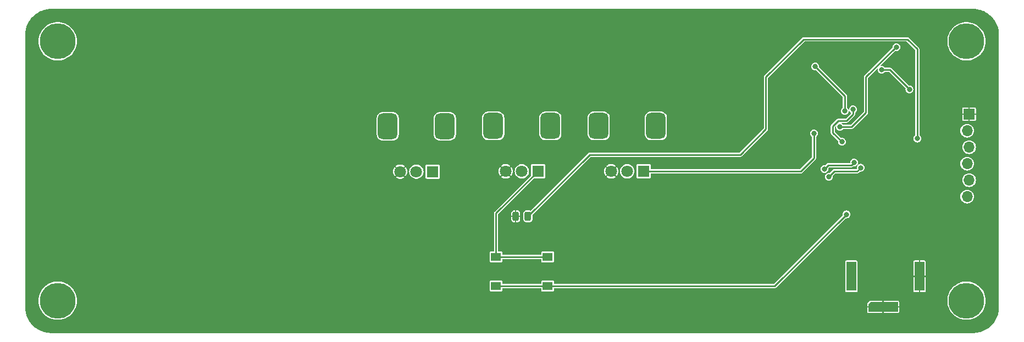
<source format=gbr>
%TF.GenerationSoftware,KiCad,Pcbnew,7.0.2-0*%
%TF.CreationDate,2023-07-03T21:11:48-04:00*%
%TF.ProjectId,controller,636f6e74-726f-46c6-9c65-722e6b696361,rev?*%
%TF.SameCoordinates,Original*%
%TF.FileFunction,Copper,L2,Bot*%
%TF.FilePolarity,Positive*%
%FSLAX46Y46*%
G04 Gerber Fmt 4.6, Leading zero omitted, Abs format (unit mm)*
G04 Created by KiCad (PCBNEW 7.0.2-0) date 2023-07-03 21:11:48*
%MOMM*%
%LPD*%
G01*
G04 APERTURE LIST*
G04 Aperture macros list*
%AMRoundRect*
0 Rectangle with rounded corners*
0 $1 Rounding radius*
0 $2 $3 $4 $5 $6 $7 $8 $9 X,Y pos of 4 corners*
0 Add a 4 corners polygon primitive as box body*
4,1,4,$2,$3,$4,$5,$6,$7,$8,$9,$2,$3,0*
0 Add four circle primitives for the rounded corners*
1,1,$1+$1,$2,$3*
1,1,$1+$1,$4,$5*
1,1,$1+$1,$6,$7*
1,1,$1+$1,$8,$9*
0 Add four rect primitives between the rounded corners*
20,1,$1+$1,$2,$3,$4,$5,0*
20,1,$1+$1,$4,$5,$6,$7,0*
20,1,$1+$1,$6,$7,$8,$9,0*
20,1,$1+$1,$8,$9,$2,$3,0*%
%AMOutline5P*
0 Free polygon, 5 corners , with rotation*
0 The origin of the aperture is its center*
0 number of corners: always 5*
0 $1 to $10 corner X, Y*
0 $11 Rotation angle, in degrees counterclockwise*
0 create outline with 5 corners*
4,1,5,$1,$2,$3,$4,$5,$6,$7,$8,$9,$10,$1,$2,$11*%
%AMOutline6P*
0 Free polygon, 6 corners , with rotation*
0 The origin of the aperture is its center*
0 number of corners: always 6*
0 $1 to $12 corner X, Y*
0 $13 Rotation angle, in degrees counterclockwise*
0 create outline with 6 corners*
4,1,6,$1,$2,$3,$4,$5,$6,$7,$8,$9,$10,$11,$12,$1,$2,$13*%
%AMOutline7P*
0 Free polygon, 7 corners , with rotation*
0 The origin of the aperture is its center*
0 number of corners: always 7*
0 $1 to $14 corner X, Y*
0 $15 Rotation angle, in degrees counterclockwise*
0 create outline with 7 corners*
4,1,7,$1,$2,$3,$4,$5,$6,$7,$8,$9,$10,$11,$12,$13,$14,$1,$2,$15*%
%AMOutline8P*
0 Free polygon, 8 corners , with rotation*
0 The origin of the aperture is its center*
0 number of corners: always 8*
0 $1 to $16 corner X, Y*
0 $17 Rotation angle, in degrees counterclockwise*
0 create outline with 8 corners*
4,1,8,$1,$2,$3,$4,$5,$6,$7,$8,$9,$10,$11,$12,$13,$14,$15,$16,$1,$2,$17*%
G04 Aperture macros list end*
%TA.AperFunction,ComponentPad*%
%ADD10C,5.500000*%
%TD*%
%TA.AperFunction,ComponentPad*%
%ADD11R,1.700000X1.700000*%
%TD*%
%TA.AperFunction,ComponentPad*%
%ADD12O,1.700000X1.700000*%
%TD*%
%TA.AperFunction,ComponentPad*%
%ADD13R,1.800000X1.800000*%
%TD*%
%TA.AperFunction,ComponentPad*%
%ADD14C,1.800000*%
%TD*%
%TA.AperFunction,ComponentPad*%
%ADD15RoundRect,0.750000X0.750000X-1.250000X0.750000X1.250000X-0.750000X1.250000X-0.750000X-1.250000X0*%
%TD*%
%TA.AperFunction,SMDPad,CuDef*%
%ADD16RoundRect,0.243750X-0.243750X-0.456250X0.243750X-0.456250X0.243750X0.456250X-0.243750X0.456250X0*%
%TD*%
%TA.AperFunction,ComponentPad*%
%ADD17R,1.500000X4.500000*%
%TD*%
%TA.AperFunction,ComponentPad*%
%ADD18Outline5P,-0.750000X2.250000X0.750000X2.250000X0.750000X-2.250000X-0.450000X-2.250000X-0.750000X-1.950000X270.000000*%
%TD*%
%TA.AperFunction,SMDPad,CuDef*%
%ADD19R,1.550000X1.300000*%
%TD*%
%TA.AperFunction,ViaPad*%
%ADD20C,0.800000*%
%TD*%
%TA.AperFunction,Conductor*%
%ADD21C,0.250000*%
%TD*%
G04 APERTURE END LIST*
D10*
%TO.P,H3,1*%
%TO.N,N/C*%
X145000000Y-45000000D03*
%TD*%
%TO.P,H1,1*%
%TO.N,N/C*%
X5000000Y-5000000D03*
%TD*%
D11*
%TO.P,J6,1,Pin_1*%
%TO.N,GND*%
X145400000Y-16250000D03*
D12*
%TO.P,J6,2,Pin_2*%
%TO.N,unconnected-(J6-Pin_2-Pad2)*%
X145100000Y-18790000D03*
%TO.P,J6,3,Pin_3*%
%TO.N,+3V3*%
X145400000Y-21330000D03*
%TO.P,J6,4,Pin_4*%
%TO.N,MCU_RX*%
X145100000Y-23870000D03*
%TO.P,J6,5,Pin_5*%
%TO.N,MCU_TX*%
X145400000Y-26410000D03*
%TO.P,J6,6,Pin_6*%
%TO.N,unconnected-(J6-Pin_6-Pad6)*%
X145100000Y-28950000D03*
%TD*%
D10*
%TO.P,H2,1*%
%TO.N,N/C*%
X145000000Y-5000000D03*
%TD*%
%TO.P,H4,1*%
%TO.N,N/C*%
X5000000Y-45000000D03*
%TD*%
D13*
%TO.P,RV3,1,1*%
%TO.N,+3V3*%
X62750000Y-25100000D03*
D14*
%TO.P,RV3,2,2*%
%TO.N,/B_POT*%
X60250000Y-25100000D03*
%TO.P,RV3,3,3*%
%TO.N,GND*%
X57750000Y-25100000D03*
D15*
%TO.P,RV3,MP*%
%TO.N,N/C*%
X55850000Y-18100000D03*
X64650000Y-18100000D03*
%TD*%
D13*
%TO.P,RV1,1,1*%
%TO.N,+3V3*%
X95250000Y-25050000D03*
D14*
%TO.P,RV1,2,2*%
%TO.N,/R_POT*%
X92750000Y-25050000D03*
%TO.P,RV1,3,3*%
%TO.N,GND*%
X90250000Y-25050000D03*
D15*
%TO.P,RV1,MP*%
%TO.N,N/C*%
X88350000Y-18050000D03*
X97150000Y-18050000D03*
%TD*%
D13*
%TO.P,RV2,1,1*%
%TO.N,+3V3*%
X79000000Y-25050000D03*
D14*
%TO.P,RV2,2,2*%
%TO.N,/G_POT*%
X76500000Y-25050000D03*
%TO.P,RV2,3,3*%
%TO.N,GND*%
X74000000Y-25050000D03*
D15*
%TO.P,RV2,MP*%
%TO.N,N/C*%
X72100000Y-18050000D03*
X80900000Y-18050000D03*
%TD*%
D16*
%TO.P,D1,1,K*%
%TO.N,GND*%
X75562500Y-32000000D03*
%TO.P,D1,2,A*%
%TO.N,Net-(D1-A)*%
X77437500Y-32000000D03*
%TD*%
D17*
%TO.P,J2,1*%
%TO.N,+12V*%
X127250000Y-41250000D03*
%TO.P,J2,2*%
%TO.N,GND*%
X137750000Y-41250000D03*
D18*
X132150000Y-45950000D03*
%TD*%
D19*
%TO.P,SW1,1,1*%
%TO.N,+3V3*%
X80475000Y-38250000D03*
X72525000Y-38250000D03*
%TO.P,SW1,2,2*%
%TO.N,BOOT0*%
X80475000Y-42750000D03*
X72525000Y-42750000D03*
%TD*%
D20*
%TO.N,GND*%
X12750000Y-12000000D03*
X115500000Y-15200000D03*
X18000000Y-13250000D03*
X135800000Y-25100000D03*
X39000000Y-13000000D03*
X120500000Y-18700000D03*
X17750000Y-38000000D03*
X34187501Y-36000000D03*
X7750000Y-14500000D03*
X7750000Y-13250000D03*
X33437501Y-12000000D03*
X140000000Y-7250000D03*
X112500000Y-14500000D03*
X136250000Y-11000000D03*
X49937500Y-36000000D03*
X131300000Y-28600000D03*
X119400000Y-11500000D03*
X43937500Y-12000000D03*
X47937500Y-38000000D03*
X12750000Y-14500000D03*
X115500000Y-13100000D03*
X49187500Y-12000000D03*
X131200000Y-37100000D03*
X135800000Y-28700000D03*
X43937500Y-13250000D03*
X120500000Y-21200000D03*
X33437501Y-14500000D03*
X134700000Y-28700000D03*
X23100000Y-13250000D03*
X16750000Y-38000000D03*
X49937500Y-37250000D03*
X124250000Y-8750000D03*
X33187501Y-38000000D03*
X129600000Y-30100000D03*
X136250000Y-7250000D03*
X18000000Y-14500000D03*
X122000000Y-10500000D03*
X49187500Y-14500000D03*
X18750000Y-37250000D03*
X140250000Y-16250000D03*
X129600000Y-35800000D03*
X131250000Y-3750000D03*
X133600000Y-28700000D03*
X39000000Y-11750000D03*
X23100000Y-12000000D03*
X28187501Y-12000000D03*
X112500000Y-16000000D03*
X39000000Y-14250000D03*
X28187501Y-14500000D03*
X74250000Y-32000000D03*
X32187501Y-38000000D03*
X43937500Y-14500000D03*
X18750000Y-36000000D03*
X142250000Y-26500000D03*
X133300000Y-25200000D03*
X18000000Y-12000000D03*
X112500000Y-13000000D03*
X120500000Y-16100000D03*
X12750000Y-13250000D03*
X34187501Y-37250000D03*
X140000000Y-11000000D03*
X33437501Y-13250000D03*
X131250000Y-5500000D03*
X117300000Y-11500000D03*
X139250000Y-21000000D03*
X130000000Y-24100000D03*
X23100000Y-14500000D03*
X28187501Y-13250000D03*
X49187500Y-13250000D03*
X7750000Y-12000000D03*
X115500000Y-17600000D03*
X135750000Y-16000000D03*
X48937500Y-38000000D03*
X126500000Y-8750000D03*
%TO.N,/LED2_R*%
X128700000Y-24500000D03*
X123800000Y-25900000D03*
%TO.N,/LED2_G*%
X127675685Y-23700000D03*
X123100000Y-24700000D03*
%TO.N,/LED1_B*%
X121700000Y-8900000D03*
X126250000Y-15750000D03*
%TO.N,Net-(D1-A)*%
X137400000Y-20000000D03*
%TO.N,+3V3*%
X121500000Y-19200000D03*
X136200000Y-12400000D03*
X131900000Y-9400000D03*
%TO.N,RESET*%
X134200000Y-5900000D03*
X125500000Y-18200000D03*
%TO.N,BOOT0*%
X126500000Y-31700000D03*
X125800000Y-20500000D03*
X127500000Y-15500000D03*
%TD*%
D21*
%TO.N,/LED2_R*%
X124651789Y-25048211D02*
X128151789Y-25048211D01*
X128151789Y-25048211D02*
X128700000Y-24500000D01*
X123800000Y-25900000D02*
X124651789Y-25048211D01*
%TO.N,/LED2_G*%
X123100000Y-24700000D02*
X123700000Y-24100000D01*
X123700000Y-24100000D02*
X127275685Y-24100000D01*
X127275685Y-24100000D02*
X127675685Y-23700000D01*
%TO.N,/LED1_B*%
X126250000Y-15750000D02*
X126250000Y-13450000D01*
X126250000Y-13450000D02*
X121700000Y-8900000D01*
%TO.N,Net-(D1-A)*%
X114100000Y-10500000D02*
X119900000Y-4700000D01*
X114100000Y-18537500D02*
X114100000Y-10500000D01*
X137400000Y-6200000D02*
X137400000Y-20000000D01*
X135900000Y-4700000D02*
X137400000Y-6200000D01*
X86937500Y-22500000D02*
X110137500Y-22500000D01*
X119900000Y-4700000D02*
X135900000Y-4700000D01*
X77437500Y-32000000D02*
X86937500Y-22500000D01*
X110137500Y-22500000D02*
X114100000Y-18537500D01*
%TO.N,+3V3*%
X79000000Y-25050000D02*
X72525000Y-31525000D01*
X121500000Y-19200000D02*
X121500000Y-23000000D01*
X133200000Y-9400000D02*
X136200000Y-12400000D01*
X121500000Y-23000000D02*
X119450000Y-25050000D01*
X131900000Y-9400000D02*
X133200000Y-9400000D01*
X72525000Y-38250000D02*
X80475000Y-38250000D01*
X72525000Y-31525000D02*
X72525000Y-38250000D01*
X119450000Y-25050000D02*
X95250000Y-25050000D01*
%TO.N,RESET*%
X134100000Y-5900000D02*
X134200000Y-5900000D01*
X129500000Y-16000000D02*
X129500000Y-10500000D01*
X125500000Y-18200000D02*
X127300000Y-18200000D01*
X127300000Y-18200000D02*
X129500000Y-16000000D01*
X129500000Y-10500000D02*
X134100000Y-5900000D01*
%TO.N,BOOT0*%
X115450000Y-42750000D02*
X80475000Y-42750000D01*
X72525000Y-42750000D02*
X80475000Y-42750000D01*
X124400000Y-18100000D02*
X124400000Y-19100000D01*
X126500000Y-31700000D02*
X115450000Y-42750000D01*
X125250000Y-17250000D02*
X124400000Y-18100000D01*
X127500000Y-15500000D02*
X127500000Y-16250000D01*
X126500000Y-17250000D02*
X125250000Y-17250000D01*
X127500000Y-16250000D02*
X126500000Y-17250000D01*
X124400000Y-19100000D02*
X125800000Y-20500000D01*
%TD*%
%TA.AperFunction,Conductor*%
%TO.N,GND*%
G36*
X146001124Y-551D02*
G01*
X146172950Y-8495D01*
X146373144Y-18331D01*
X146377464Y-18737D01*
X146563357Y-44668D01*
X146750360Y-72408D01*
X146754379Y-73179D01*
X146939391Y-116693D01*
X147120678Y-162104D01*
X147120682Y-162105D01*
X147124331Y-163171D01*
X147305175Y-223784D01*
X147305889Y-224031D01*
X147480785Y-286610D01*
X147484042Y-287910D01*
X147658883Y-365110D01*
X147659992Y-365616D01*
X147827389Y-444789D01*
X147830233Y-446252D01*
X147997449Y-539392D01*
X147998796Y-540170D01*
X148157312Y-635181D01*
X148159786Y-636768D01*
X148246360Y-696072D01*
X148317862Y-745052D01*
X148319359Y-746120D01*
X148467650Y-856100D01*
X148469743Y-857743D01*
X148617210Y-980198D01*
X148618749Y-981532D01*
X148755572Y-1105541D01*
X148757291Y-1107179D01*
X148892819Y-1242707D01*
X148894460Y-1244429D01*
X149018461Y-1381243D01*
X149019807Y-1382796D01*
X149142247Y-1530245D01*
X149143907Y-1532359D01*
X149253878Y-1680639D01*
X149254946Y-1682136D01*
X149363222Y-1840199D01*
X149364826Y-1842700D01*
X149459828Y-2001202D01*
X149460606Y-2002549D01*
X149553733Y-2169741D01*
X149555222Y-2172635D01*
X149634371Y-2339983D01*
X149634900Y-2341141D01*
X149712083Y-2515944D01*
X149713394Y-2519228D01*
X149775930Y-2694003D01*
X149776254Y-2694939D01*
X149836822Y-2875650D01*
X149837894Y-2879316D01*
X149883317Y-3060654D01*
X149926820Y-3245619D01*
X149927591Y-3249646D01*
X149955337Y-3436689D01*
X149981258Y-3622513D01*
X149981669Y-3626878D01*
X149991512Y-3827238D01*
X149999448Y-3998875D01*
X149999500Y-4001138D01*
X149999500Y-45998861D01*
X149999448Y-46001124D01*
X149991512Y-46172761D01*
X149981669Y-46373120D01*
X149981258Y-46377486D01*
X149955337Y-46563310D01*
X149927591Y-46750352D01*
X149926820Y-46754379D01*
X149883318Y-46939344D01*
X149837893Y-47120683D01*
X149836822Y-47124347D01*
X149776254Y-47305059D01*
X149775930Y-47305995D01*
X149713394Y-47480770D01*
X149712083Y-47484054D01*
X149634900Y-47658857D01*
X149634371Y-47660015D01*
X149555222Y-47827363D01*
X149553733Y-47830257D01*
X149460606Y-47997449D01*
X149459828Y-47998796D01*
X149364826Y-48157298D01*
X149363222Y-48159799D01*
X149254946Y-48317862D01*
X149253878Y-48319359D01*
X149143907Y-48467639D01*
X149142247Y-48469753D01*
X149019819Y-48617188D01*
X149018429Y-48618792D01*
X148894478Y-48755550D01*
X148892819Y-48757291D01*
X148757291Y-48892819D01*
X148755550Y-48894478D01*
X148618792Y-49018429D01*
X148617188Y-49019819D01*
X148469753Y-49142247D01*
X148467639Y-49143907D01*
X148319359Y-49253878D01*
X148317862Y-49254946D01*
X148159799Y-49363222D01*
X148157298Y-49364826D01*
X147998796Y-49459828D01*
X147997449Y-49460606D01*
X147830257Y-49553733D01*
X147827363Y-49555222D01*
X147660015Y-49634371D01*
X147658857Y-49634900D01*
X147484054Y-49712083D01*
X147480770Y-49713394D01*
X147305995Y-49775930D01*
X147305059Y-49776254D01*
X147124348Y-49836822D01*
X147120682Y-49837894D01*
X146939345Y-49883317D01*
X146754379Y-49926820D01*
X146750352Y-49927591D01*
X146563310Y-49955337D01*
X146377485Y-49981258D01*
X146373120Y-49981669D01*
X146172761Y-49991512D01*
X146001125Y-49999448D01*
X145998862Y-49999500D01*
X4001138Y-49999500D01*
X3998875Y-49999448D01*
X3827238Y-49991512D01*
X3626878Y-49981669D01*
X3622512Y-49981258D01*
X3436689Y-49955337D01*
X3249646Y-49927591D01*
X3245619Y-49926820D01*
X3060684Y-49883324D01*
X3011367Y-49870971D01*
X2879315Y-49837893D01*
X2875651Y-49836822D01*
X2694939Y-49776254D01*
X2694003Y-49775930D01*
X2519228Y-49713394D01*
X2515944Y-49712083D01*
X2341141Y-49634900D01*
X2339983Y-49634371D01*
X2172635Y-49555222D01*
X2169741Y-49553733D01*
X2002549Y-49460606D01*
X2001202Y-49459828D01*
X1842700Y-49364826D01*
X1840199Y-49363222D01*
X1682136Y-49254946D01*
X1680639Y-49253878D01*
X1532359Y-49143907D01*
X1530245Y-49142247D01*
X1382796Y-49019807D01*
X1381243Y-49018461D01*
X1244429Y-48894460D01*
X1242707Y-48892819D01*
X1107179Y-48757291D01*
X1105541Y-48755572D01*
X981532Y-48618749D01*
X980198Y-48617210D01*
X857743Y-48469743D01*
X856100Y-48467650D01*
X746120Y-48319359D01*
X745052Y-48317862D01*
X707637Y-48263243D01*
X636768Y-48159786D01*
X635181Y-48157312D01*
X540170Y-47998796D01*
X539392Y-47997449D01*
X513241Y-47950500D01*
X446252Y-47830233D01*
X444789Y-47827389D01*
X365616Y-47659992D01*
X365098Y-47658857D01*
X346887Y-47617612D01*
X287910Y-47484042D01*
X286610Y-47480785D01*
X224031Y-47305889D01*
X223784Y-47305175D01*
X163169Y-47124324D01*
X162111Y-47120706D01*
X116675Y-46939315D01*
X111402Y-46916895D01*
X73173Y-46754356D01*
X72409Y-46750364D01*
X44662Y-46563310D01*
X18738Y-46377466D01*
X18331Y-46373144D01*
X8487Y-46172761D01*
X552Y-46001124D01*
X500Y-45998861D01*
X500Y-45000000D01*
X2044500Y-45000000D01*
X2064484Y-45343113D01*
X2064730Y-45344508D01*
X2123919Y-45680188D01*
X2123921Y-45680199D01*
X2124166Y-45681585D01*
X2124569Y-45682934D01*
X2124572Y-45682943D01*
X2222330Y-46009480D01*
X2222333Y-46009488D01*
X2222738Y-46010841D01*
X2223299Y-46012143D01*
X2223300Y-46012144D01*
X2299177Y-46188045D01*
X2358869Y-46326426D01*
X2359581Y-46327660D01*
X2359585Y-46327667D01*
X2388348Y-46377486D01*
X2530716Y-46624074D01*
X2531561Y-46625209D01*
X2531565Y-46625215D01*
X2645337Y-46778037D01*
X2735956Y-46899759D01*
X2971813Y-47149753D01*
X3235098Y-47370675D01*
X3522250Y-47559538D01*
X3829386Y-47713788D01*
X4152353Y-47831338D01*
X4486783Y-47910599D01*
X4828153Y-47950500D01*
X4829572Y-47950500D01*
X5170428Y-47950500D01*
X5171847Y-47950500D01*
X5513217Y-47910599D01*
X5847647Y-47831338D01*
X6170614Y-47713788D01*
X6477750Y-47559538D01*
X6764902Y-47370675D01*
X7028187Y-47149753D01*
X7264044Y-46899759D01*
X7398097Y-46719695D01*
X129700000Y-46719695D01*
X129711604Y-46778037D01*
X129755808Y-46844191D01*
X129821962Y-46888395D01*
X129880304Y-46900000D01*
X132050000Y-46900000D01*
X132050000Y-46350000D01*
X132250000Y-46350000D01*
X132250000Y-46900000D01*
X134419696Y-46900000D01*
X134478037Y-46888395D01*
X134544191Y-46844191D01*
X134588395Y-46778037D01*
X134600000Y-46719695D01*
X134600000Y-46050000D01*
X133989148Y-46050000D01*
X134004986Y-45950000D01*
X133989148Y-45850000D01*
X134600000Y-45850000D01*
X134600000Y-45180304D01*
X134588395Y-45121962D01*
X134544191Y-45055808D01*
X134478037Y-45011604D01*
X134419696Y-45000000D01*
X142044500Y-45000000D01*
X142064484Y-45343113D01*
X142064730Y-45344508D01*
X142123919Y-45680188D01*
X142123921Y-45680199D01*
X142124166Y-45681585D01*
X142124569Y-45682934D01*
X142124572Y-45682943D01*
X142222330Y-46009480D01*
X142222333Y-46009488D01*
X142222738Y-46010841D01*
X142223299Y-46012143D01*
X142223300Y-46012144D01*
X142299177Y-46188045D01*
X142358869Y-46326426D01*
X142359581Y-46327660D01*
X142359585Y-46327667D01*
X142388348Y-46377486D01*
X142530716Y-46624074D01*
X142531561Y-46625209D01*
X142531565Y-46625215D01*
X142645337Y-46778037D01*
X142735956Y-46899759D01*
X142971813Y-47149753D01*
X143235098Y-47370675D01*
X143522250Y-47559538D01*
X143829386Y-47713788D01*
X144152353Y-47831338D01*
X144486783Y-47910599D01*
X144828153Y-47950500D01*
X144829572Y-47950500D01*
X145170428Y-47950500D01*
X145171847Y-47950500D01*
X145513217Y-47910599D01*
X145847647Y-47831338D01*
X146170614Y-47713788D01*
X146477750Y-47559538D01*
X146764902Y-47370675D01*
X147028187Y-47149753D01*
X147264044Y-46899759D01*
X147469284Y-46624074D01*
X147641131Y-46326426D01*
X147777262Y-46010841D01*
X147875834Y-45681585D01*
X147935516Y-45343113D01*
X147955500Y-45000000D01*
X147935516Y-44656887D01*
X147875834Y-44318415D01*
X147777262Y-43989159D01*
X147641131Y-43673574D01*
X147469284Y-43375926D01*
X147264044Y-43100241D01*
X147028187Y-42850247D01*
X146764902Y-42629325D01*
X146477750Y-42440462D01*
X146476481Y-42439825D01*
X146476473Y-42439820D01*
X146171886Y-42286851D01*
X146170614Y-42286212D01*
X146169276Y-42285725D01*
X145848984Y-42169148D01*
X145848974Y-42169145D01*
X145847647Y-42168662D01*
X145846264Y-42168334D01*
X145846260Y-42168333D01*
X145514611Y-42089731D01*
X145514604Y-42089729D01*
X145513217Y-42089401D01*
X145511803Y-42089235D01*
X145511799Y-42089235D01*
X145173253Y-42049664D01*
X145173247Y-42049663D01*
X145171847Y-42049500D01*
X144828153Y-42049500D01*
X144826753Y-42049663D01*
X144826746Y-42049664D01*
X144488200Y-42089235D01*
X144488193Y-42089236D01*
X144486783Y-42089401D01*
X144485398Y-42089729D01*
X144485388Y-42089731D01*
X144153739Y-42168333D01*
X144153730Y-42168335D01*
X144152353Y-42168662D01*
X144151030Y-42169143D01*
X144151015Y-42169148D01*
X143830723Y-42285725D01*
X143830717Y-42285727D01*
X143829386Y-42286212D01*
X143828117Y-42286849D01*
X143828113Y-42286851D01*
X143523526Y-42439820D01*
X143523510Y-42439828D01*
X143522250Y-42440462D01*
X143521065Y-42441241D01*
X143521057Y-42441246D01*
X143236289Y-42628541D01*
X143236281Y-42628546D01*
X143235098Y-42629325D01*
X143234016Y-42630232D01*
X143234005Y-42630241D01*
X142972901Y-42849333D01*
X142972890Y-42849342D01*
X142971813Y-42850247D01*
X142970840Y-42851277D01*
X142970836Y-42851282D01*
X142742272Y-43093546D01*
X142735956Y-43100241D01*
X142735112Y-43101374D01*
X142735105Y-43101383D01*
X142531565Y-43374784D01*
X142531556Y-43374797D01*
X142530716Y-43375926D01*
X142530007Y-43377153D01*
X142530003Y-43377160D01*
X142359585Y-43672332D01*
X142359577Y-43672346D01*
X142358869Y-43673574D01*
X142358306Y-43674878D01*
X142358303Y-43674885D01*
X142347470Y-43700000D01*
X142222738Y-43989159D01*
X142222334Y-43990505D01*
X142222330Y-43990519D01*
X142124572Y-44317056D01*
X142124568Y-44317069D01*
X142124166Y-44318415D01*
X142123922Y-44319797D01*
X142123919Y-44319811D01*
X142064730Y-44655491D01*
X142064484Y-44656887D01*
X142044500Y-45000000D01*
X134419696Y-45000000D01*
X132249999Y-45000000D01*
X132249999Y-45550000D01*
X132050000Y-45550000D01*
X132050000Y-45000000D01*
X130180307Y-45000000D01*
X130121962Y-45011605D01*
X130072503Y-45044653D01*
X129744650Y-45372506D01*
X129711604Y-45421962D01*
X129700000Y-45480304D01*
X129700000Y-45850000D01*
X130310852Y-45850000D01*
X130295014Y-45950000D01*
X130310852Y-46050000D01*
X129700000Y-46050000D01*
X129700000Y-46719695D01*
X7398097Y-46719695D01*
X7469284Y-46624074D01*
X7641131Y-46326426D01*
X7777262Y-46010841D01*
X7875834Y-45681585D01*
X7935516Y-45343113D01*
X7955500Y-45000000D01*
X7935516Y-44656887D01*
X7875834Y-44318415D01*
X7777262Y-43989159D01*
X7641131Y-43673574D01*
X7494586Y-43419750D01*
X71549500Y-43419750D01*
X71561132Y-43478229D01*
X71605447Y-43544552D01*
X71638608Y-43566709D01*
X71671769Y-43588867D01*
X71686389Y-43591775D01*
X71730249Y-43600500D01*
X71730252Y-43600500D01*
X73319751Y-43600500D01*
X73354837Y-43593520D01*
X73378231Y-43588867D01*
X73444552Y-43544552D01*
X73488867Y-43478231D01*
X73500500Y-43419748D01*
X73500500Y-43124500D01*
X73514852Y-43089852D01*
X73549500Y-43075500D01*
X79450500Y-43075500D01*
X79485148Y-43089852D01*
X79499500Y-43124500D01*
X79499500Y-43419750D01*
X79511132Y-43478229D01*
X79555447Y-43544552D01*
X79588608Y-43566709D01*
X79621769Y-43588867D01*
X79636389Y-43591775D01*
X79680249Y-43600500D01*
X79680252Y-43600500D01*
X81269751Y-43600500D01*
X81304837Y-43593520D01*
X81328231Y-43588867D01*
X81394552Y-43544552D01*
X81411124Y-43519750D01*
X126299500Y-43519750D01*
X126311132Y-43578229D01*
X126355447Y-43644552D01*
X126388608Y-43666709D01*
X126421769Y-43688867D01*
X126436389Y-43691775D01*
X126480249Y-43700500D01*
X126480252Y-43700500D01*
X128019751Y-43700500D01*
X128054837Y-43693520D01*
X128078231Y-43688867D01*
X128144552Y-43644552D01*
X128188867Y-43578231D01*
X128200500Y-43519748D01*
X128200500Y-43519695D01*
X136800000Y-43519695D01*
X136811604Y-43578037D01*
X136855808Y-43644191D01*
X136921962Y-43688395D01*
X136980304Y-43700000D01*
X137650000Y-43700000D01*
X137650000Y-43083454D01*
X137721840Y-43103895D01*
X137833521Y-43093546D01*
X137850000Y-43085340D01*
X137850000Y-43700000D01*
X138519696Y-43700000D01*
X138578037Y-43688395D01*
X138644191Y-43644191D01*
X138688395Y-43578037D01*
X138700000Y-43519695D01*
X138700000Y-41350000D01*
X138050000Y-41350000D01*
X138050000Y-41150000D01*
X138700000Y-41150000D01*
X138700000Y-38980304D01*
X138688395Y-38921962D01*
X138644191Y-38855808D01*
X138578037Y-38811604D01*
X138519696Y-38800000D01*
X137850000Y-38800000D01*
X137850000Y-39416545D01*
X137778160Y-39396105D01*
X137666479Y-39406454D01*
X137650000Y-39414659D01*
X137650000Y-38800000D01*
X136980304Y-38800000D01*
X136921962Y-38811604D01*
X136855808Y-38855808D01*
X136811604Y-38921962D01*
X136800000Y-38980304D01*
X136800000Y-41150000D01*
X137450000Y-41150000D01*
X137450000Y-41350000D01*
X136800000Y-41350000D01*
X136800000Y-43519695D01*
X128200500Y-43519695D01*
X128200500Y-38980252D01*
X128200500Y-38980249D01*
X128188867Y-38921770D01*
X128188867Y-38921769D01*
X128144793Y-38855808D01*
X128144552Y-38855447D01*
X128094923Y-38822286D01*
X128078231Y-38811133D01*
X128078230Y-38811132D01*
X128078229Y-38811132D01*
X128019751Y-38799500D01*
X128019748Y-38799500D01*
X126480252Y-38799500D01*
X126480249Y-38799500D01*
X126421770Y-38811132D01*
X126355447Y-38855447D01*
X126311132Y-38921770D01*
X126299500Y-38980249D01*
X126299500Y-43519750D01*
X81411124Y-43519750D01*
X81438867Y-43478231D01*
X81450500Y-43419748D01*
X81450500Y-43124500D01*
X81464852Y-43089852D01*
X81499500Y-43075500D01*
X115433641Y-43075500D01*
X115437911Y-43075685D01*
X115478807Y-43079264D01*
X115518462Y-43068637D01*
X115522623Y-43067715D01*
X115563045Y-43060588D01*
X115570052Y-43056541D01*
X115581865Y-43051648D01*
X115589684Y-43049554D01*
X115623330Y-43025993D01*
X115626885Y-43023729D01*
X115662455Y-43003194D01*
X115688854Y-42971731D01*
X115691721Y-42968603D01*
X126354467Y-32305857D01*
X126389114Y-32291506D01*
X126395509Y-32291924D01*
X126500000Y-32305682D01*
X126656762Y-32285044D01*
X126802841Y-32224536D01*
X126928282Y-32128282D01*
X127024536Y-32002841D01*
X127085044Y-31856762D01*
X127105682Y-31700000D01*
X127085044Y-31543238D01*
X127024536Y-31397159D01*
X126975935Y-31333821D01*
X126928282Y-31271717D01*
X126802842Y-31175465D01*
X126802841Y-31175464D01*
X126656762Y-31114956D01*
X126500000Y-31094318D01*
X126343237Y-31114956D01*
X126197157Y-31175465D01*
X126071717Y-31271717D01*
X125975465Y-31397157D01*
X125975464Y-31397158D01*
X125975464Y-31397159D01*
X125972239Y-31404944D01*
X125914956Y-31543237D01*
X125894318Y-31699999D01*
X125908074Y-31804487D01*
X125898367Y-31840712D01*
X125894141Y-31845531D01*
X115329526Y-42410148D01*
X115294878Y-42424500D01*
X81499500Y-42424500D01*
X81464852Y-42410148D01*
X81450500Y-42375500D01*
X81450500Y-42080249D01*
X81438867Y-42021770D01*
X81438867Y-42021769D01*
X81416709Y-41988608D01*
X81394552Y-41955447D01*
X81344923Y-41922286D01*
X81328231Y-41911133D01*
X81328230Y-41911132D01*
X81328229Y-41911132D01*
X81269751Y-41899500D01*
X81269748Y-41899500D01*
X79680252Y-41899500D01*
X79680249Y-41899500D01*
X79621770Y-41911132D01*
X79555447Y-41955447D01*
X79511132Y-42021770D01*
X79499500Y-42080249D01*
X79499500Y-42375500D01*
X79485148Y-42410148D01*
X79450500Y-42424500D01*
X73549500Y-42424500D01*
X73514852Y-42410148D01*
X73500500Y-42375500D01*
X73500500Y-42080249D01*
X73488867Y-42021770D01*
X73488867Y-42021769D01*
X73466709Y-41988608D01*
X73444552Y-41955447D01*
X73394923Y-41922286D01*
X73378231Y-41911133D01*
X73378230Y-41911132D01*
X73378229Y-41911132D01*
X73319751Y-41899500D01*
X73319748Y-41899500D01*
X71730252Y-41899500D01*
X71730249Y-41899500D01*
X71671770Y-41911132D01*
X71605447Y-41955447D01*
X71561132Y-42021770D01*
X71549500Y-42080249D01*
X71549500Y-43419750D01*
X7494586Y-43419750D01*
X7469284Y-43375926D01*
X7264044Y-43100241D01*
X7028187Y-42850247D01*
X6764902Y-42629325D01*
X6477750Y-42440462D01*
X6476481Y-42439825D01*
X6476473Y-42439820D01*
X6171886Y-42286851D01*
X6170614Y-42286212D01*
X6169276Y-42285725D01*
X5848984Y-42169148D01*
X5848974Y-42169145D01*
X5847647Y-42168662D01*
X5846264Y-42168334D01*
X5846260Y-42168333D01*
X5514611Y-42089731D01*
X5514604Y-42089729D01*
X5513217Y-42089401D01*
X5511803Y-42089235D01*
X5511799Y-42089235D01*
X5173253Y-42049664D01*
X5173247Y-42049663D01*
X5171847Y-42049500D01*
X4828153Y-42049500D01*
X4826753Y-42049663D01*
X4826746Y-42049664D01*
X4488200Y-42089235D01*
X4488193Y-42089236D01*
X4486783Y-42089401D01*
X4485398Y-42089729D01*
X4485388Y-42089731D01*
X4153739Y-42168333D01*
X4153730Y-42168335D01*
X4152353Y-42168662D01*
X4151030Y-42169143D01*
X4151015Y-42169148D01*
X3830723Y-42285725D01*
X3830717Y-42285727D01*
X3829386Y-42286212D01*
X3828117Y-42286849D01*
X3828113Y-42286851D01*
X3523526Y-42439820D01*
X3523510Y-42439828D01*
X3522250Y-42440462D01*
X3521065Y-42441241D01*
X3521057Y-42441246D01*
X3236289Y-42628541D01*
X3236281Y-42628546D01*
X3235098Y-42629325D01*
X3234016Y-42630232D01*
X3234005Y-42630241D01*
X2972901Y-42849333D01*
X2972890Y-42849342D01*
X2971813Y-42850247D01*
X2970840Y-42851277D01*
X2970836Y-42851282D01*
X2742272Y-43093546D01*
X2735956Y-43100241D01*
X2735112Y-43101374D01*
X2735105Y-43101383D01*
X2531565Y-43374784D01*
X2531556Y-43374797D01*
X2530716Y-43375926D01*
X2530007Y-43377153D01*
X2530003Y-43377160D01*
X2359585Y-43672332D01*
X2359577Y-43672346D01*
X2358869Y-43673574D01*
X2358306Y-43674878D01*
X2358303Y-43674885D01*
X2347470Y-43700000D01*
X2222738Y-43989159D01*
X2222334Y-43990505D01*
X2222330Y-43990519D01*
X2124572Y-44317056D01*
X2124568Y-44317069D01*
X2124166Y-44318415D01*
X2123922Y-44319797D01*
X2123919Y-44319811D01*
X2064730Y-44655491D01*
X2064484Y-44656887D01*
X2044500Y-45000000D01*
X500Y-45000000D01*
X500Y-38919750D01*
X71549500Y-38919750D01*
X71561132Y-38978229D01*
X71561132Y-38978230D01*
X71561133Y-38978231D01*
X71562518Y-38980304D01*
X71605447Y-39044552D01*
X71638608Y-39066709D01*
X71671769Y-39088867D01*
X71686389Y-39091775D01*
X71730249Y-39100500D01*
X71730252Y-39100500D01*
X73319751Y-39100500D01*
X73354837Y-39093520D01*
X73378231Y-39088867D01*
X73444552Y-39044552D01*
X73488867Y-38978231D01*
X73500500Y-38919748D01*
X73500500Y-38624500D01*
X73514852Y-38589852D01*
X73549500Y-38575500D01*
X79450500Y-38575500D01*
X79485148Y-38589852D01*
X79499500Y-38624500D01*
X79499500Y-38919750D01*
X79511132Y-38978229D01*
X79511132Y-38978230D01*
X79511133Y-38978231D01*
X79512518Y-38980304D01*
X79555447Y-39044552D01*
X79588608Y-39066709D01*
X79621769Y-39088867D01*
X79636389Y-39091775D01*
X79680249Y-39100500D01*
X79680252Y-39100500D01*
X81269751Y-39100500D01*
X81304837Y-39093520D01*
X81328231Y-39088867D01*
X81394552Y-39044552D01*
X81438867Y-38978231D01*
X81450500Y-38919748D01*
X81450500Y-37580252D01*
X81450500Y-37580251D01*
X81450500Y-37580249D01*
X81438867Y-37521770D01*
X81438867Y-37521769D01*
X81416709Y-37488608D01*
X81394552Y-37455447D01*
X81344923Y-37422286D01*
X81328231Y-37411133D01*
X81328230Y-37411132D01*
X81328229Y-37411132D01*
X81269751Y-37399500D01*
X81269748Y-37399500D01*
X79680252Y-37399500D01*
X79680249Y-37399500D01*
X79621770Y-37411132D01*
X79555447Y-37455447D01*
X79511132Y-37521770D01*
X79499500Y-37580249D01*
X79499500Y-37875500D01*
X79485148Y-37910148D01*
X79450500Y-37924500D01*
X73549500Y-37924500D01*
X73514852Y-37910148D01*
X73500500Y-37875500D01*
X73500500Y-37580249D01*
X73488867Y-37521770D01*
X73488867Y-37521769D01*
X73466709Y-37488608D01*
X73444552Y-37455447D01*
X73394923Y-37422286D01*
X73378231Y-37411133D01*
X73378230Y-37411132D01*
X73378229Y-37411132D01*
X73319751Y-37399500D01*
X73319748Y-37399500D01*
X72899500Y-37399500D01*
X72864852Y-37385148D01*
X72850500Y-37350500D01*
X72850500Y-32100000D01*
X74875001Y-32100000D01*
X74875001Y-32508556D01*
X74875107Y-32510825D01*
X74877812Y-32539681D01*
X74921991Y-32665939D01*
X75001426Y-32773573D01*
X75109059Y-32853007D01*
X75235319Y-32897187D01*
X75264175Y-32899894D01*
X75266440Y-32899999D01*
X75462499Y-32899999D01*
X75462500Y-32899998D01*
X75462500Y-32100000D01*
X75662500Y-32100000D01*
X75662500Y-32899999D01*
X75858557Y-32899999D01*
X75860825Y-32899892D01*
X75889681Y-32897187D01*
X76015939Y-32853008D01*
X76123573Y-32773573D01*
X76203007Y-32665940D01*
X76247187Y-32539680D01*
X76249894Y-32510824D01*
X76249944Y-32509764D01*
X76749500Y-32509764D01*
X76749604Y-32510873D01*
X76749605Y-32510894D01*
X76752314Y-32539774D01*
X76796545Y-32666179D01*
X76876069Y-32773930D01*
X76955593Y-32832622D01*
X76983821Y-32853455D01*
X77110226Y-32897686D01*
X77137524Y-32900245D01*
X77139105Y-32900394D01*
X77139106Y-32900394D01*
X77140236Y-32900500D01*
X77141372Y-32900500D01*
X77733628Y-32900500D01*
X77734764Y-32900500D01*
X77764774Y-32897686D01*
X77891179Y-32853455D01*
X77998930Y-32773930D01*
X78078455Y-32666179D01*
X78122686Y-32539774D01*
X78125500Y-32509764D01*
X78125500Y-31792620D01*
X78139852Y-31757973D01*
X80947825Y-28950000D01*
X144044417Y-28950000D01*
X144064699Y-29155934D01*
X144124767Y-29353952D01*
X144124768Y-29353954D01*
X144222315Y-29536450D01*
X144353590Y-29696410D01*
X144513550Y-29827685D01*
X144696046Y-29925232D01*
X144795056Y-29955266D01*
X144894065Y-29985300D01*
X144914348Y-29987297D01*
X145100000Y-30005583D01*
X145305934Y-29985300D01*
X145503954Y-29925232D01*
X145686450Y-29827685D01*
X145846410Y-29696410D01*
X145977685Y-29536450D01*
X146075232Y-29353954D01*
X146135300Y-29155934D01*
X146155583Y-28950000D01*
X146135300Y-28744066D01*
X146075232Y-28546046D01*
X145977685Y-28363550D01*
X145846410Y-28203590D01*
X145686450Y-28072315D01*
X145503954Y-27974768D01*
X145503953Y-27974767D01*
X145503952Y-27974767D01*
X145305934Y-27914699D01*
X145100000Y-27894417D01*
X144894065Y-27914699D01*
X144696047Y-27974767D01*
X144513550Y-28072315D01*
X144353590Y-28203590D01*
X144222315Y-28363550D01*
X144124767Y-28546047D01*
X144064699Y-28744065D01*
X144044417Y-28950000D01*
X80947825Y-28950000D01*
X84847826Y-25050000D01*
X89145286Y-25050000D01*
X89164097Y-25252992D01*
X89219884Y-25449065D01*
X89310753Y-25631555D01*
X89403804Y-25754774D01*
X89832848Y-25325729D01*
X89868239Y-25380798D01*
X89971311Y-25470109D01*
X89545330Y-25896089D01*
X89584259Y-25931577D01*
X89757588Y-26038899D01*
X89947678Y-26112539D01*
X90148073Y-26150000D01*
X90351927Y-26150000D01*
X90552321Y-26112539D01*
X90742411Y-26038899D01*
X90915737Y-25931580D01*
X90954668Y-25896088D01*
X90528688Y-25470109D01*
X90631761Y-25380798D01*
X90667150Y-25325730D01*
X91096194Y-25754774D01*
X91189246Y-25631555D01*
X91280115Y-25449065D01*
X91335902Y-25252992D01*
X91354713Y-25050000D01*
X91644784Y-25050000D01*
X91663603Y-25253084D01*
X91719417Y-25449249D01*
X91810326Y-25631820D01*
X91933234Y-25794578D01*
X91988082Y-25844578D01*
X92083959Y-25931981D01*
X92257363Y-26039348D01*
X92447544Y-26113024D01*
X92648024Y-26150500D01*
X92648026Y-26150500D01*
X92851974Y-26150500D01*
X92851976Y-26150500D01*
X93052456Y-26113024D01*
X93242637Y-26039348D01*
X93355042Y-25969750D01*
X94149500Y-25969750D01*
X94161132Y-26028229D01*
X94205447Y-26094552D01*
X94232367Y-26112539D01*
X94271769Y-26138867D01*
X94286389Y-26141775D01*
X94330249Y-26150500D01*
X94330252Y-26150500D01*
X96169751Y-26150500D01*
X96204837Y-26143520D01*
X96228231Y-26138867D01*
X96294552Y-26094552D01*
X96338867Y-26028231D01*
X96348067Y-25981980D01*
X96350500Y-25969750D01*
X96350500Y-25900000D01*
X123194318Y-25900000D01*
X123214956Y-26056762D01*
X123275464Y-26202841D01*
X123275465Y-26202842D01*
X123371717Y-26328282D01*
X123449801Y-26388197D01*
X123497159Y-26424536D01*
X123643238Y-26485044D01*
X123800000Y-26505682D01*
X123956762Y-26485044D01*
X124102841Y-26424536D01*
X124121785Y-26410000D01*
X144344417Y-26410000D01*
X144364699Y-26615934D01*
X144424767Y-26813952D01*
X144424768Y-26813954D01*
X144522315Y-26996450D01*
X144653590Y-27156410D01*
X144813550Y-27287685D01*
X144996046Y-27385232D01*
X145095056Y-27415266D01*
X145194065Y-27445300D01*
X145212529Y-27447118D01*
X145400000Y-27465583D01*
X145605934Y-27445300D01*
X145803954Y-27385232D01*
X145986450Y-27287685D01*
X146146410Y-27156410D01*
X146277685Y-26996450D01*
X146375232Y-26813954D01*
X146435300Y-26615934D01*
X146455583Y-26410000D01*
X146435300Y-26204066D01*
X146434928Y-26202841D01*
X146385198Y-26038899D01*
X146375232Y-26006046D01*
X146277685Y-25823550D01*
X146146410Y-25663590D01*
X145986450Y-25532315D01*
X145803954Y-25434768D01*
X145803953Y-25434767D01*
X145803952Y-25434767D01*
X145605934Y-25374699D01*
X145400000Y-25354417D01*
X145194065Y-25374699D01*
X144996047Y-25434767D01*
X144813550Y-25532315D01*
X144653590Y-25663590D01*
X144522315Y-25823550D01*
X144424767Y-26006047D01*
X144364699Y-26204065D01*
X144344417Y-26410000D01*
X124121785Y-26410000D01*
X124228282Y-26328282D01*
X124324536Y-26202841D01*
X124385044Y-26056762D01*
X124405682Y-25900000D01*
X124391925Y-25795509D01*
X124401632Y-25759285D01*
X124405850Y-25754474D01*
X124772262Y-25388063D01*
X124806911Y-25373711D01*
X128135430Y-25373711D01*
X128139700Y-25373896D01*
X128180596Y-25377475D01*
X128220251Y-25366848D01*
X128224412Y-25365926D01*
X128264834Y-25358799D01*
X128271841Y-25354752D01*
X128283654Y-25349859D01*
X128291473Y-25347765D01*
X128325119Y-25324204D01*
X128328674Y-25321940D01*
X128364244Y-25301405D01*
X128390643Y-25269942D01*
X128393510Y-25266814D01*
X128554467Y-25105857D01*
X128589114Y-25091506D01*
X128595509Y-25091924D01*
X128700000Y-25105682D01*
X128856762Y-25085044D01*
X129002841Y-25024536D01*
X129128282Y-24928282D01*
X129224536Y-24802841D01*
X129285044Y-24656762D01*
X129305682Y-24500000D01*
X129285044Y-24343238D01*
X129224536Y-24197159D01*
X129166688Y-24121770D01*
X129128282Y-24071717D01*
X129026519Y-23993633D01*
X129002841Y-23975464D01*
X128856762Y-23914956D01*
X128700000Y-23894318D01*
X128543237Y-23914956D01*
X128458634Y-23950000D01*
X128431760Y-23961132D01*
X128397157Y-23975465D01*
X128271717Y-24071717D01*
X128175465Y-24197157D01*
X128175464Y-24197158D01*
X128175464Y-24197159D01*
X128166657Y-24218420D01*
X128114956Y-24343237D01*
X128094318Y-24500000D01*
X128108074Y-24604488D01*
X128098367Y-24640713D01*
X128094147Y-24645525D01*
X128031314Y-24708359D01*
X127996667Y-24722711D01*
X124668148Y-24722711D01*
X124663877Y-24722525D01*
X124622981Y-24718946D01*
X124583317Y-24729574D01*
X124579146Y-24730498D01*
X124538744Y-24737622D01*
X124531733Y-24741670D01*
X124519922Y-24746562D01*
X124512103Y-24748657D01*
X124478490Y-24772193D01*
X124474888Y-24774488D01*
X124439334Y-24795016D01*
X124412944Y-24826465D01*
X124410057Y-24829615D01*
X123945531Y-25294141D01*
X123910883Y-25308493D01*
X123904488Y-25308074D01*
X123800000Y-25294318D01*
X123799999Y-25294318D01*
X123643237Y-25314956D01*
X123547971Y-25354417D01*
X123499004Y-25374700D01*
X123497157Y-25375465D01*
X123371717Y-25471717D01*
X123275465Y-25597157D01*
X123275464Y-25597158D01*
X123275464Y-25597159D01*
X123214956Y-25743238D01*
X123194318Y-25900000D01*
X96350500Y-25900000D01*
X96350500Y-25424500D01*
X96364852Y-25389852D01*
X96399500Y-25375500D01*
X119433641Y-25375500D01*
X119437911Y-25375685D01*
X119478807Y-25379264D01*
X119518462Y-25368637D01*
X119522623Y-25367715D01*
X119563045Y-25360588D01*
X119570052Y-25356541D01*
X119581865Y-25351648D01*
X119589684Y-25349554D01*
X119623330Y-25325993D01*
X119626885Y-25323729D01*
X119662455Y-25303194D01*
X119688854Y-25271731D01*
X119691721Y-25268603D01*
X120260324Y-24700000D01*
X122494318Y-24700000D01*
X122514956Y-24856762D01*
X122575464Y-25002841D01*
X122575465Y-25002842D01*
X122671717Y-25128282D01*
X122728548Y-25171889D01*
X122797159Y-25224536D01*
X122943238Y-25285044D01*
X123100000Y-25305682D01*
X123256762Y-25285044D01*
X123402841Y-25224536D01*
X123528282Y-25128282D01*
X123624536Y-25002841D01*
X123685044Y-24856762D01*
X123705682Y-24700000D01*
X123691925Y-24595509D01*
X123701632Y-24559285D01*
X123705842Y-24554482D01*
X123820475Y-24439850D01*
X123855122Y-24425500D01*
X127259326Y-24425500D01*
X127263596Y-24425685D01*
X127304492Y-24429264D01*
X127344147Y-24418637D01*
X127348308Y-24417715D01*
X127388730Y-24410588D01*
X127395737Y-24406541D01*
X127407550Y-24401648D01*
X127415369Y-24399554D01*
X127449015Y-24375993D01*
X127452570Y-24373729D01*
X127488140Y-24353194D01*
X127514539Y-24321731D01*
X127517406Y-24318603D01*
X127530152Y-24305857D01*
X127564799Y-24291506D01*
X127571194Y-24291924D01*
X127675685Y-24305682D01*
X127832447Y-24285044D01*
X127978526Y-24224536D01*
X128103967Y-24128282D01*
X128200221Y-24002841D01*
X128255246Y-23869999D01*
X144044417Y-23869999D01*
X144064699Y-24075934D01*
X144124767Y-24273952D01*
X144124768Y-24273954D01*
X144222315Y-24456450D01*
X144353590Y-24616410D01*
X144513550Y-24747685D01*
X144696046Y-24845232D01*
X144734056Y-24856762D01*
X144894065Y-24905300D01*
X144912529Y-24907118D01*
X145100000Y-24925583D01*
X145305934Y-24905300D01*
X145503954Y-24845232D01*
X145686450Y-24747685D01*
X145846410Y-24616410D01*
X145977685Y-24456450D01*
X146075232Y-24273954D01*
X146135300Y-24075934D01*
X146155583Y-23870000D01*
X146135300Y-23664066D01*
X146075232Y-23466046D01*
X145977685Y-23283550D01*
X145846410Y-23123590D01*
X145686450Y-22992315D01*
X145503954Y-22894768D01*
X145503953Y-22894767D01*
X145503952Y-22894767D01*
X145305934Y-22834699D01*
X145100000Y-22814417D01*
X144894065Y-22834699D01*
X144696047Y-22894767D01*
X144513550Y-22992315D01*
X144353590Y-23123590D01*
X144222315Y-23283550D01*
X144124767Y-23466047D01*
X144064699Y-23664065D01*
X144044417Y-23869999D01*
X128255246Y-23869999D01*
X128260729Y-23856762D01*
X128281367Y-23700000D01*
X128260729Y-23543238D01*
X128200221Y-23397159D01*
X128163882Y-23349801D01*
X128103967Y-23271717D01*
X127978527Y-23175465D01*
X127978526Y-23175464D01*
X127832447Y-23114956D01*
X127675685Y-23094318D01*
X127518922Y-23114956D01*
X127372842Y-23175465D01*
X127247402Y-23271717D01*
X127151150Y-23397157D01*
X127090641Y-23543237D01*
X127070003Y-23700000D01*
X127072518Y-23719104D01*
X127062811Y-23755330D01*
X127030333Y-23774081D01*
X127023937Y-23774500D01*
X123716350Y-23774500D01*
X123712081Y-23774314D01*
X123671193Y-23770737D01*
X123671192Y-23770737D01*
X123631536Y-23781362D01*
X123627384Y-23782282D01*
X123586955Y-23789412D01*
X123586953Y-23789412D01*
X123586953Y-23789413D01*
X123579944Y-23793459D01*
X123568133Y-23798351D01*
X123560314Y-23800446D01*
X123526701Y-23823982D01*
X123523099Y-23826277D01*
X123487545Y-23846805D01*
X123461155Y-23878254D01*
X123458268Y-23881404D01*
X123245531Y-24094141D01*
X123210883Y-24108493D01*
X123204488Y-24108074D01*
X123100000Y-24094318D01*
X123099999Y-24094318D01*
X122943237Y-24114956D01*
X122797157Y-24175465D01*
X122671717Y-24271717D01*
X122575465Y-24397157D01*
X122575464Y-24397158D01*
X122575464Y-24397159D01*
X122574472Y-24399554D01*
X122525336Y-24518179D01*
X122514956Y-24543238D01*
X122494318Y-24700000D01*
X120260324Y-24700000D01*
X121718605Y-23241719D01*
X121721747Y-23238841D01*
X121753194Y-23212455D01*
X121773729Y-23176885D01*
X121775993Y-23173330D01*
X121799554Y-23139684D01*
X121801648Y-23131865D01*
X121806541Y-23120052D01*
X121810588Y-23113045D01*
X121817715Y-23072623D01*
X121818640Y-23068452D01*
X121829264Y-23028807D01*
X121825686Y-22987908D01*
X121825500Y-22983638D01*
X121825500Y-21535934D01*
X121825500Y-21330000D01*
X144344417Y-21330000D01*
X144364699Y-21535934D01*
X144424767Y-21733952D01*
X144424768Y-21733954D01*
X144522315Y-21916450D01*
X144653590Y-22076410D01*
X144813550Y-22207685D01*
X144996046Y-22305232D01*
X145095056Y-22335266D01*
X145194065Y-22365300D01*
X145212529Y-22367118D01*
X145400000Y-22385583D01*
X145605934Y-22365300D01*
X145803954Y-22305232D01*
X145986450Y-22207685D01*
X146146410Y-22076410D01*
X146277685Y-21916450D01*
X146375232Y-21733954D01*
X146435300Y-21535934D01*
X146455583Y-21330000D01*
X146435300Y-21124066D01*
X146429723Y-21105682D01*
X146375232Y-20926047D01*
X146375232Y-20926046D01*
X146277685Y-20743550D01*
X146146410Y-20583590D01*
X145986450Y-20452315D01*
X145803954Y-20354768D01*
X145803953Y-20354767D01*
X145803952Y-20354767D01*
X145605934Y-20294699D01*
X145400000Y-20274417D01*
X145194065Y-20294699D01*
X144996047Y-20354767D01*
X144813550Y-20452315D01*
X144653590Y-20583590D01*
X144522315Y-20743550D01*
X144424767Y-20926047D01*
X144364699Y-21124065D01*
X144344417Y-21330000D01*
X121825500Y-21330000D01*
X121825500Y-19731309D01*
X121839851Y-19696664D01*
X121844647Y-19692456D01*
X121928282Y-19628282D01*
X122024536Y-19502841D01*
X122085044Y-19356762D01*
X122105682Y-19200000D01*
X122085044Y-19043238D01*
X122024536Y-18897159D01*
X121988197Y-18849801D01*
X121928282Y-18771717D01*
X121805084Y-18677185D01*
X121802841Y-18675464D01*
X121656762Y-18614956D01*
X121500000Y-18594318D01*
X121343237Y-18614956D01*
X121197157Y-18675465D01*
X121071717Y-18771717D01*
X120975465Y-18897157D01*
X120975464Y-18897158D01*
X120975464Y-18897159D01*
X120914956Y-19043238D01*
X120894318Y-19200000D01*
X120914956Y-19356762D01*
X120975464Y-19502841D01*
X120987522Y-19518555D01*
X121071717Y-19628282D01*
X121105758Y-19654402D01*
X121155328Y-19692438D01*
X121174080Y-19724916D01*
X121174499Y-19731312D01*
X121174499Y-22844877D01*
X121160147Y-22879525D01*
X119329526Y-24710148D01*
X119294878Y-24724500D01*
X96399500Y-24724500D01*
X96364852Y-24710148D01*
X96350500Y-24675500D01*
X96350500Y-24130249D01*
X96338867Y-24071770D01*
X96338867Y-24071769D01*
X96298351Y-24011133D01*
X96294552Y-24005447D01*
X96244923Y-23972286D01*
X96228231Y-23961133D01*
X96228230Y-23961132D01*
X96228229Y-23961132D01*
X96169751Y-23949500D01*
X96169748Y-23949500D01*
X94330252Y-23949500D01*
X94330249Y-23949500D01*
X94271770Y-23961132D01*
X94205447Y-24005447D01*
X94161132Y-24071770D01*
X94149500Y-24130249D01*
X94149500Y-25969750D01*
X93355042Y-25969750D01*
X93416041Y-25931981D01*
X93566764Y-25794579D01*
X93689673Y-25631821D01*
X93780582Y-25449250D01*
X93836397Y-25253083D01*
X93855215Y-25050000D01*
X93836397Y-24846917D01*
X93780582Y-24650750D01*
X93689673Y-24468179D01*
X93657584Y-24425686D01*
X93566765Y-24305421D01*
X93478035Y-24224534D01*
X93416041Y-24168019D01*
X93242637Y-24060652D01*
X93242635Y-24060651D01*
X93093411Y-24002842D01*
X93052456Y-23986976D01*
X92851976Y-23949500D01*
X92648024Y-23949500D01*
X92447544Y-23986976D01*
X92447541Y-23986976D01*
X92447541Y-23986977D01*
X92257364Y-24060651D01*
X92083959Y-24168019D01*
X91933234Y-24305421D01*
X91810326Y-24468179D01*
X91719417Y-24650750D01*
X91663603Y-24846915D01*
X91644784Y-25050000D01*
X91354713Y-25050000D01*
X91335902Y-24847007D01*
X91280115Y-24650934D01*
X91189246Y-24468444D01*
X91096194Y-24345224D01*
X90667150Y-24774268D01*
X90631761Y-24719202D01*
X90528687Y-24629889D01*
X90954668Y-24203909D01*
X90915740Y-24168422D01*
X90742411Y-24061100D01*
X90552321Y-23987460D01*
X90351927Y-23950000D01*
X90148073Y-23950000D01*
X89947678Y-23987460D01*
X89757588Y-24061100D01*
X89584262Y-24168420D01*
X89545331Y-24203910D01*
X89971311Y-24629890D01*
X89868239Y-24719202D01*
X89832849Y-24774269D01*
X89403804Y-24345224D01*
X89310753Y-24468444D01*
X89219884Y-24650934D01*
X89164097Y-24847007D01*
X89145286Y-25050000D01*
X84847826Y-25050000D01*
X87057974Y-22839852D01*
X87092622Y-22825500D01*
X110121141Y-22825500D01*
X110125411Y-22825685D01*
X110166307Y-22829264D01*
X110205962Y-22818637D01*
X110210123Y-22817715D01*
X110250545Y-22810588D01*
X110257552Y-22806541D01*
X110269365Y-22801648D01*
X110277184Y-22799554D01*
X110310830Y-22775993D01*
X110314385Y-22773729D01*
X110349955Y-22753194D01*
X110376354Y-22721731D01*
X110379221Y-22718603D01*
X114318611Y-18779214D01*
X114321753Y-18776336D01*
X114327258Y-18771717D01*
X114353194Y-18749955D01*
X114373717Y-18714406D01*
X114376013Y-18710803D01*
X114399554Y-18677184D01*
X114401648Y-18669365D01*
X114406541Y-18657552D01*
X114410588Y-18650545D01*
X114417716Y-18610116D01*
X114418641Y-18605946D01*
X114429263Y-18566308D01*
X114425686Y-18525419D01*
X114425500Y-18521149D01*
X114425500Y-10655121D01*
X114439852Y-10620473D01*
X116160325Y-8900000D01*
X121094318Y-8900000D01*
X121114956Y-9056762D01*
X121175464Y-9202841D01*
X121193633Y-9226519D01*
X121271717Y-9328282D01*
X121349801Y-9388197D01*
X121397159Y-9424536D01*
X121543238Y-9485044D01*
X121700000Y-9505682D01*
X121804488Y-9491925D01*
X121840713Y-9501631D01*
X121845532Y-9505858D01*
X125910148Y-13570473D01*
X125924500Y-13605121D01*
X125924500Y-15218686D01*
X125910148Y-15253334D01*
X125905330Y-15257560D01*
X125821716Y-15321719D01*
X125725465Y-15447157D01*
X125703577Y-15500000D01*
X125664956Y-15593238D01*
X125644318Y-15750000D01*
X125664956Y-15906762D01*
X125725464Y-16052841D01*
X125725465Y-16052842D01*
X125821717Y-16178282D01*
X125896654Y-16235782D01*
X125947159Y-16274536D01*
X126093238Y-16335044D01*
X126250000Y-16355682D01*
X126406762Y-16335044D01*
X126552841Y-16274536D01*
X126678282Y-16178282D01*
X126774536Y-16052841D01*
X126835044Y-15906762D01*
X126855423Y-15751965D01*
X126874173Y-15719489D01*
X126910398Y-15709782D01*
X126942877Y-15728533D01*
X126949273Y-15739611D01*
X126954392Y-15751968D01*
X126975464Y-15802841D01*
X126975465Y-15802842D01*
X127071715Y-15928279D01*
X127071716Y-15928280D01*
X127071718Y-15928282D01*
X127155330Y-15992439D01*
X127174081Y-16024916D01*
X127174500Y-16031312D01*
X127174500Y-16094877D01*
X127160148Y-16129525D01*
X126379526Y-16910148D01*
X126344878Y-16924500D01*
X125266360Y-16924500D01*
X125262089Y-16924314D01*
X125221194Y-16920736D01*
X125181551Y-16931358D01*
X125177380Y-16932282D01*
X125136955Y-16939411D01*
X125129944Y-16943459D01*
X125118133Y-16948351D01*
X125110314Y-16950446D01*
X125076701Y-16973982D01*
X125073099Y-16976277D01*
X125037545Y-16996805D01*
X125011155Y-17028254D01*
X125008268Y-17031404D01*
X124181403Y-17858269D01*
X124178252Y-17861156D01*
X124146807Y-17887542D01*
X124126278Y-17923098D01*
X124123982Y-17926701D01*
X124100446Y-17960314D01*
X124098351Y-17968133D01*
X124093459Y-17979944D01*
X124089411Y-17986955D01*
X124082287Y-18027357D01*
X124081363Y-18031528D01*
X124070735Y-18071192D01*
X124074314Y-18112087D01*
X124074500Y-18116358D01*
X124074500Y-19083640D01*
X124074314Y-19087911D01*
X124070735Y-19128809D01*
X124081360Y-19168460D01*
X124082285Y-19172632D01*
X124089411Y-19213044D01*
X124093456Y-19220050D01*
X124098351Y-19231867D01*
X124100445Y-19239682D01*
X124123988Y-19273306D01*
X124126284Y-19276911D01*
X124146806Y-19312456D01*
X124178253Y-19338843D01*
X124181405Y-19341731D01*
X125194141Y-20354467D01*
X125208493Y-20389115D01*
X125208073Y-20395511D01*
X125194318Y-20500000D01*
X125214956Y-20656762D01*
X125275464Y-20802841D01*
X125275465Y-20802842D01*
X125371717Y-20928282D01*
X125449801Y-20988197D01*
X125497159Y-21024536D01*
X125643238Y-21085044D01*
X125800000Y-21105682D01*
X125956762Y-21085044D01*
X126102841Y-21024536D01*
X126228282Y-20928282D01*
X126324536Y-20802841D01*
X126385044Y-20656762D01*
X126405682Y-20500000D01*
X126385044Y-20343238D01*
X126324536Y-20197159D01*
X126248244Y-20097733D01*
X126228282Y-20071717D01*
X126102842Y-19975465D01*
X126102841Y-19975464D01*
X125956762Y-19914956D01*
X125800000Y-19894318D01*
X125799999Y-19894318D01*
X125695511Y-19908074D01*
X125659286Y-19898367D01*
X125654467Y-19894141D01*
X124739852Y-18979525D01*
X124725500Y-18944877D01*
X124725500Y-18255121D01*
X124739851Y-18220474D01*
X124812562Y-18147762D01*
X124847210Y-18133411D01*
X124881858Y-18147763D01*
X124896210Y-18182411D01*
X124895791Y-18188805D01*
X124894317Y-18199998D01*
X124914955Y-18356762D01*
X124914956Y-18356762D01*
X124975464Y-18502841D01*
X124987161Y-18518085D01*
X125071717Y-18628282D01*
X125135450Y-18677185D01*
X125197159Y-18724536D01*
X125343238Y-18785044D01*
X125500000Y-18805682D01*
X125656762Y-18785044D01*
X125802841Y-18724536D01*
X125928282Y-18628282D01*
X125945421Y-18605946D01*
X125992439Y-18544671D01*
X126024917Y-18525919D01*
X126031313Y-18525500D01*
X127283641Y-18525500D01*
X127287911Y-18525685D01*
X127328807Y-18529264D01*
X127368462Y-18518637D01*
X127372623Y-18517715D01*
X127413045Y-18510588D01*
X127420052Y-18506541D01*
X127431865Y-18501648D01*
X127439684Y-18499554D01*
X127473330Y-18475993D01*
X127476885Y-18473729D01*
X127512455Y-18453194D01*
X127538854Y-18421731D01*
X127541721Y-18418603D01*
X129718605Y-16241719D01*
X129721747Y-16238841D01*
X129727948Y-16233638D01*
X129753194Y-16212455D01*
X129773729Y-16176885D01*
X129775993Y-16173330D01*
X129799554Y-16139684D01*
X129801648Y-16131865D01*
X129806541Y-16120052D01*
X129810588Y-16113045D01*
X129817715Y-16072623D01*
X129818640Y-16068452D01*
X129822824Y-16052841D01*
X129829264Y-16028807D01*
X129825686Y-15987908D01*
X129825500Y-15983638D01*
X129825500Y-10655122D01*
X129839852Y-10620474D01*
X131227723Y-9232603D01*
X131262371Y-9218251D01*
X131297019Y-9232603D01*
X131311371Y-9267251D01*
X131310952Y-9273647D01*
X131294318Y-9399999D01*
X131294318Y-9400000D01*
X131314956Y-9556762D01*
X131375464Y-9702841D01*
X131375465Y-9702842D01*
X131471717Y-9828282D01*
X131549801Y-9888197D01*
X131597159Y-9924536D01*
X131743238Y-9985044D01*
X131900000Y-10005682D01*
X132056762Y-9985044D01*
X132202841Y-9924536D01*
X132328282Y-9828282D01*
X132392438Y-9744671D01*
X132424917Y-9725919D01*
X132431313Y-9725500D01*
X133044878Y-9725500D01*
X133079526Y-9739852D01*
X135594141Y-12254467D01*
X135608493Y-12289115D01*
X135608073Y-12295511D01*
X135594318Y-12400000D01*
X135614956Y-12556762D01*
X135675464Y-12702841D01*
X135675465Y-12702842D01*
X135771717Y-12828282D01*
X135849801Y-12888197D01*
X135897159Y-12924536D01*
X136043238Y-12985044D01*
X136200000Y-13005682D01*
X136356762Y-12985044D01*
X136502841Y-12924536D01*
X136628282Y-12828282D01*
X136724536Y-12702841D01*
X136785044Y-12556762D01*
X136805682Y-12400000D01*
X136785044Y-12243238D01*
X136724536Y-12097159D01*
X136688197Y-12049801D01*
X136628282Y-11971717D01*
X136502842Y-11875465D01*
X136502841Y-11875464D01*
X136356762Y-11814956D01*
X136200000Y-11794318D01*
X136199999Y-11794318D01*
X136095511Y-11808074D01*
X136059286Y-11798367D01*
X136054467Y-11794141D01*
X133441724Y-9181398D01*
X133438847Y-9178259D01*
X133412455Y-9146806D01*
X133376911Y-9126284D01*
X133373306Y-9123988D01*
X133369306Y-9121187D01*
X133339684Y-9100446D01*
X133339683Y-9100445D01*
X133339682Y-9100445D01*
X133331867Y-9098351D01*
X133320050Y-9093456D01*
X133313044Y-9089411D01*
X133272632Y-9082285D01*
X133268460Y-9081360D01*
X133228809Y-9070735D01*
X133187912Y-9074314D01*
X133183641Y-9074500D01*
X132431313Y-9074500D01*
X132396665Y-9060148D01*
X132392439Y-9055329D01*
X132328282Y-8971717D01*
X132202842Y-8875465D01*
X132202841Y-8875464D01*
X132056762Y-8814956D01*
X131900000Y-8794318D01*
X131899999Y-8794318D01*
X131773647Y-8810952D01*
X131737421Y-8801245D01*
X131718670Y-8768767D01*
X131728377Y-8732541D01*
X131732603Y-8727723D01*
X132747178Y-7713148D01*
X133972035Y-6488290D01*
X134006682Y-6473939D01*
X134025431Y-6477668D01*
X134043238Y-6485044D01*
X134200000Y-6505682D01*
X134356762Y-6485044D01*
X134502841Y-6424536D01*
X134628282Y-6328282D01*
X134724536Y-6202841D01*
X134785044Y-6056762D01*
X134805682Y-5900000D01*
X134785044Y-5743238D01*
X134724536Y-5597159D01*
X134688197Y-5549801D01*
X134628282Y-5471717D01*
X134502842Y-5375465D01*
X134502841Y-5375464D01*
X134356762Y-5314956D01*
X134200000Y-5294318D01*
X134043237Y-5314956D01*
X133897157Y-5375465D01*
X133771717Y-5471717D01*
X133675465Y-5597157D01*
X133614956Y-5743237D01*
X133594317Y-5900000D01*
X133596440Y-5916121D01*
X133586733Y-5952346D01*
X133582507Y-5957164D01*
X129281403Y-10258269D01*
X129278252Y-10261156D01*
X129246807Y-10287542D01*
X129226278Y-10323098D01*
X129223982Y-10326701D01*
X129200446Y-10360314D01*
X129198351Y-10368133D01*
X129193459Y-10379944D01*
X129189411Y-10386955D01*
X129182287Y-10427357D01*
X129181363Y-10431528D01*
X129170735Y-10471193D01*
X129174313Y-10512088D01*
X129174499Y-10516358D01*
X129174499Y-15844878D01*
X129160147Y-15879526D01*
X127179526Y-17860148D01*
X127144878Y-17874500D01*
X126031313Y-17874500D01*
X125996665Y-17860148D01*
X125992439Y-17855329D01*
X125928282Y-17771717D01*
X125802842Y-17675465D01*
X125802841Y-17675464D01*
X125789091Y-17669768D01*
X125762575Y-17643251D01*
X125762575Y-17605748D01*
X125789094Y-17579230D01*
X125807845Y-17575500D01*
X126483641Y-17575500D01*
X126487911Y-17575685D01*
X126528807Y-17579264D01*
X126568462Y-17568637D01*
X126572623Y-17567715D01*
X126613045Y-17560588D01*
X126620052Y-17556541D01*
X126631865Y-17551648D01*
X126639684Y-17549554D01*
X126673330Y-17525993D01*
X126676885Y-17523729D01*
X126712455Y-17503194D01*
X126738854Y-17471731D01*
X126741721Y-17468603D01*
X127718605Y-16491719D01*
X127721747Y-16488841D01*
X127753194Y-16462455D01*
X127773729Y-16426885D01*
X127775993Y-16423330D01*
X127799554Y-16389684D01*
X127801648Y-16381865D01*
X127806541Y-16370052D01*
X127810588Y-16363045D01*
X127817715Y-16322623D01*
X127818640Y-16318452D01*
X127829264Y-16278807D01*
X127825686Y-16237908D01*
X127825500Y-16233638D01*
X127825500Y-16031312D01*
X127839852Y-15996664D01*
X127844655Y-15992450D01*
X127928282Y-15928282D01*
X128024536Y-15802841D01*
X128085044Y-15656762D01*
X128105682Y-15500000D01*
X128085044Y-15343238D01*
X128024536Y-15197159D01*
X127988197Y-15149801D01*
X127928282Y-15071717D01*
X127802842Y-14975465D01*
X127802841Y-14975464D01*
X127656762Y-14914956D01*
X127500000Y-14894318D01*
X127343237Y-14914956D01*
X127197157Y-14975465D01*
X127071717Y-15071717D01*
X126975465Y-15197157D01*
X126914956Y-15343237D01*
X126894577Y-15498032D01*
X126875825Y-15530510D01*
X126839600Y-15540217D01*
X126807122Y-15521465D01*
X126800726Y-15510388D01*
X126795608Y-15498032D01*
X126774536Y-15447159D01*
X126738197Y-15399801D01*
X126678282Y-15321717D01*
X126594670Y-15257560D01*
X126575918Y-15225082D01*
X126575499Y-15218686D01*
X126575499Y-14894318D01*
X126575499Y-13466335D01*
X126575686Y-13462086D01*
X126579264Y-13421193D01*
X126568640Y-13381545D01*
X126567714Y-13377371D01*
X126560588Y-13336955D01*
X126556542Y-13329947D01*
X126551647Y-13318128D01*
X126549554Y-13310316D01*
X126549553Y-13310316D01*
X126526006Y-13276686D01*
X126523718Y-13273094D01*
X126503194Y-13237545D01*
X126471744Y-13211155D01*
X126468593Y-13208267D01*
X122305858Y-9045532D01*
X122291506Y-9010884D01*
X122291925Y-9004488D01*
X122305682Y-8900000D01*
X122285044Y-8743238D01*
X122224536Y-8597159D01*
X122188197Y-8549801D01*
X122128282Y-8471717D01*
X122002842Y-8375465D01*
X122002841Y-8375464D01*
X121856762Y-8314956D01*
X121700000Y-8294318D01*
X121543237Y-8314956D01*
X121397157Y-8375465D01*
X121271717Y-8471717D01*
X121175465Y-8597157D01*
X121119387Y-8732541D01*
X121114956Y-8743238D01*
X121094318Y-8900000D01*
X116160325Y-8900000D01*
X120020474Y-5039852D01*
X120055122Y-5025500D01*
X135744878Y-5025500D01*
X135779526Y-5039852D01*
X137060148Y-6320474D01*
X137074500Y-6355122D01*
X137074500Y-19468686D01*
X137060148Y-19503334D01*
X137055330Y-19507560D01*
X136971716Y-19571719D01*
X136875465Y-19697157D01*
X136814956Y-19843237D01*
X136808231Y-19894318D01*
X136794318Y-20000000D01*
X136814956Y-20156762D01*
X136875464Y-20302841D01*
X136875465Y-20302842D01*
X136971717Y-20428282D01*
X137049801Y-20488197D01*
X137097159Y-20524536D01*
X137243238Y-20585044D01*
X137400000Y-20605682D01*
X137556762Y-20585044D01*
X137702841Y-20524536D01*
X137828282Y-20428282D01*
X137924536Y-20302841D01*
X137985044Y-20156762D01*
X138005682Y-20000000D01*
X137985044Y-19843238D01*
X137924536Y-19697159D01*
X137828282Y-19571718D01*
X137744669Y-19507559D01*
X137725919Y-19475081D01*
X137725500Y-19468686D01*
X137725500Y-18789999D01*
X144044417Y-18789999D01*
X144064699Y-18995934D01*
X144117661Y-19170525D01*
X144124768Y-19193954D01*
X144222315Y-19376450D01*
X144353590Y-19536410D01*
X144513550Y-19667685D01*
X144696046Y-19765232D01*
X144795056Y-19795266D01*
X144894065Y-19825300D01*
X144912529Y-19827118D01*
X145100000Y-19845583D01*
X145305934Y-19825300D01*
X145503954Y-19765232D01*
X145686450Y-19667685D01*
X145846410Y-19536410D01*
X145977685Y-19376450D01*
X146075232Y-19193954D01*
X146135300Y-18995934D01*
X146155583Y-18790000D01*
X146135300Y-18584066D01*
X146117534Y-18525500D01*
X146095601Y-18453194D01*
X146075232Y-18386046D01*
X145977685Y-18203550D01*
X145846410Y-18043590D01*
X145686450Y-17912315D01*
X145503954Y-17814768D01*
X145503953Y-17814767D01*
X145503952Y-17814767D01*
X145305934Y-17754699D01*
X145100000Y-17734417D01*
X144894065Y-17754699D01*
X144696047Y-17814767D01*
X144513550Y-17912315D01*
X144353590Y-18043590D01*
X144222315Y-18203550D01*
X144124767Y-18386047D01*
X144064699Y-18584065D01*
X144044417Y-18789999D01*
X137725500Y-18789999D01*
X137725500Y-17119695D01*
X144350000Y-17119695D01*
X144361604Y-17178037D01*
X144405808Y-17244191D01*
X144471962Y-17288395D01*
X144530304Y-17300000D01*
X145300000Y-17300000D01*
X145300000Y-16740764D01*
X145364237Y-16750000D01*
X145435763Y-16750000D01*
X145500000Y-16740764D01*
X145500000Y-17300000D01*
X146269696Y-17300000D01*
X146328037Y-17288395D01*
X146394191Y-17244191D01*
X146438395Y-17178037D01*
X146450000Y-17119695D01*
X146450000Y-16350000D01*
X145891746Y-16350000D01*
X145900000Y-16321889D01*
X145900000Y-16178111D01*
X145891746Y-16150000D01*
X146450000Y-16150000D01*
X146450000Y-15380304D01*
X146438395Y-15321962D01*
X146394191Y-15255808D01*
X146328037Y-15211604D01*
X146269696Y-15200000D01*
X145500000Y-15200000D01*
X145500000Y-15759235D01*
X145435763Y-15750000D01*
X145364237Y-15750000D01*
X145300000Y-15759235D01*
X145300000Y-15200000D01*
X144530304Y-15200000D01*
X144471962Y-15211604D01*
X144405808Y-15255808D01*
X144361604Y-15321962D01*
X144350000Y-15380304D01*
X144350000Y-16150000D01*
X144908254Y-16150000D01*
X144900000Y-16178111D01*
X144900000Y-16321889D01*
X144908254Y-16350000D01*
X144350000Y-16350000D01*
X144350000Y-17119695D01*
X137725500Y-17119695D01*
X137725500Y-6216347D01*
X137725686Y-6212076D01*
X137726494Y-6202841D01*
X137729263Y-6171193D01*
X137718636Y-6131534D01*
X137717717Y-6127392D01*
X137710588Y-6086955D01*
X137706542Y-6079947D01*
X137701647Y-6068128D01*
X137699553Y-6060314D01*
X137676009Y-6026689D01*
X137673712Y-6023084D01*
X137653194Y-5987545D01*
X137621750Y-5961160D01*
X137618599Y-5958272D01*
X136660326Y-5000000D01*
X142044500Y-5000000D01*
X142064484Y-5343113D01*
X142064730Y-5344508D01*
X142123919Y-5680188D01*
X142123921Y-5680199D01*
X142124166Y-5681585D01*
X142124569Y-5682934D01*
X142124572Y-5682943D01*
X142222330Y-6009480D01*
X142222333Y-6009488D01*
X142222738Y-6010841D01*
X142223299Y-6012143D01*
X142223300Y-6012144D01*
X142358303Y-6325114D01*
X142358869Y-6326426D01*
X142359581Y-6327660D01*
X142359585Y-6327667D01*
X142446189Y-6477669D01*
X142530716Y-6624074D01*
X142735956Y-6899759D01*
X142971813Y-7149753D01*
X143235098Y-7370675D01*
X143522250Y-7559538D01*
X143829386Y-7713788D01*
X144152353Y-7831338D01*
X144486783Y-7910599D01*
X144828153Y-7950500D01*
X144829572Y-7950500D01*
X145170428Y-7950500D01*
X145171847Y-7950500D01*
X145513217Y-7910599D01*
X145847647Y-7831338D01*
X146170614Y-7713788D01*
X146477750Y-7559538D01*
X146764902Y-7370675D01*
X147028187Y-7149753D01*
X147264044Y-6899759D01*
X147469284Y-6624074D01*
X147641131Y-6326426D01*
X147777262Y-6010841D01*
X147875834Y-5681585D01*
X147935516Y-5343113D01*
X147955500Y-5000000D01*
X147935516Y-4656887D01*
X147875834Y-4318415D01*
X147777262Y-3989159D01*
X147641131Y-3673574D01*
X147469284Y-3375926D01*
X147264044Y-3100241D01*
X147028187Y-2850247D01*
X146843098Y-2694939D01*
X146765994Y-2630241D01*
X146765990Y-2630238D01*
X146764902Y-2629325D01*
X146477750Y-2440462D01*
X146476481Y-2439825D01*
X146476473Y-2439820D01*
X146171886Y-2286851D01*
X146170614Y-2286212D01*
X146169276Y-2285725D01*
X145848984Y-2169148D01*
X145848974Y-2169145D01*
X145847647Y-2168662D01*
X145846264Y-2168334D01*
X145846260Y-2168333D01*
X145514611Y-2089731D01*
X145514604Y-2089729D01*
X145513217Y-2089401D01*
X145511803Y-2089235D01*
X145511799Y-2089235D01*
X145173253Y-2049664D01*
X145173247Y-2049663D01*
X145171847Y-2049500D01*
X144828153Y-2049500D01*
X144826753Y-2049663D01*
X144826746Y-2049664D01*
X144488200Y-2089235D01*
X144488193Y-2089236D01*
X144486783Y-2089401D01*
X144485398Y-2089729D01*
X144485388Y-2089731D01*
X144153739Y-2168333D01*
X144153730Y-2168335D01*
X144152353Y-2168662D01*
X144151030Y-2169143D01*
X144151015Y-2169148D01*
X143830723Y-2285725D01*
X143830717Y-2285727D01*
X143829386Y-2286212D01*
X143828117Y-2286849D01*
X143828113Y-2286851D01*
X143523526Y-2439820D01*
X143523510Y-2439828D01*
X143522250Y-2440462D01*
X143521065Y-2441241D01*
X143521057Y-2441246D01*
X143236289Y-2628541D01*
X143236281Y-2628546D01*
X143235098Y-2629325D01*
X143234016Y-2630232D01*
X143234005Y-2630241D01*
X142972901Y-2849333D01*
X142972890Y-2849342D01*
X142971813Y-2850247D01*
X142970840Y-2851277D01*
X142970836Y-2851282D01*
X142773304Y-3060654D01*
X142735956Y-3100241D01*
X142735112Y-3101374D01*
X142735105Y-3101383D01*
X142531565Y-3374784D01*
X142531556Y-3374797D01*
X142530716Y-3375926D01*
X142530007Y-3377153D01*
X142530003Y-3377160D01*
X142359585Y-3672332D01*
X142359577Y-3672346D01*
X142358869Y-3673574D01*
X142358306Y-3674878D01*
X142358303Y-3674885D01*
X142297844Y-3815046D01*
X142222738Y-3989159D01*
X142222334Y-3990505D01*
X142222330Y-3990519D01*
X142124572Y-4317056D01*
X142124568Y-4317069D01*
X142124166Y-4318415D01*
X142123922Y-4319797D01*
X142123919Y-4319811D01*
X142064730Y-4655491D01*
X142064484Y-4656887D01*
X142044500Y-5000000D01*
X136660326Y-5000000D01*
X136141724Y-4481398D01*
X136138847Y-4478259D01*
X136112455Y-4446806D01*
X136076911Y-4426284D01*
X136073306Y-4423988D01*
X136069306Y-4421187D01*
X136039684Y-4400446D01*
X136039683Y-4400445D01*
X136039682Y-4400445D01*
X136031867Y-4398351D01*
X136020050Y-4393456D01*
X136013044Y-4389411D01*
X135972632Y-4382285D01*
X135968460Y-4381360D01*
X135928809Y-4370735D01*
X135887912Y-4374314D01*
X135883641Y-4374500D01*
X119916359Y-4374500D01*
X119912088Y-4374314D01*
X119871192Y-4370735D01*
X119831528Y-4381363D01*
X119827357Y-4382287D01*
X119786955Y-4389411D01*
X119779944Y-4393459D01*
X119768133Y-4398351D01*
X119760314Y-4400446D01*
X119726701Y-4423982D01*
X119723099Y-4426277D01*
X119687545Y-4446805D01*
X119661155Y-4478254D01*
X119658268Y-4481404D01*
X113881403Y-10258269D01*
X113878252Y-10261156D01*
X113846807Y-10287542D01*
X113826278Y-10323098D01*
X113823982Y-10326701D01*
X113800446Y-10360314D01*
X113798351Y-10368133D01*
X113793459Y-10379944D01*
X113789411Y-10386955D01*
X113782287Y-10427357D01*
X113781363Y-10431528D01*
X113770735Y-10471192D01*
X113774314Y-10512087D01*
X113774500Y-10516358D01*
X113774500Y-18382377D01*
X113760148Y-18417025D01*
X110017026Y-22160148D01*
X109982378Y-22174500D01*
X86953859Y-22174500D01*
X86949588Y-22174314D01*
X86908692Y-22170735D01*
X86869028Y-22181363D01*
X86864857Y-22182287D01*
X86824455Y-22189411D01*
X86817444Y-22193459D01*
X86805633Y-22198351D01*
X86797814Y-22200446D01*
X86764201Y-22223982D01*
X86760599Y-22226277D01*
X86725045Y-22246805D01*
X86698655Y-22278254D01*
X86695768Y-22281404D01*
X77868094Y-31109078D01*
X77833446Y-31123430D01*
X77817263Y-31120680D01*
X77764776Y-31102314D01*
X77735894Y-31099605D01*
X77735873Y-31099604D01*
X77734764Y-31099500D01*
X77140236Y-31099500D01*
X77139127Y-31099603D01*
X77139105Y-31099605D01*
X77110225Y-31102314D01*
X76983820Y-31146545D01*
X76876069Y-31226069D01*
X76796545Y-31333820D01*
X76752314Y-31460225D01*
X76749605Y-31489105D01*
X76749603Y-31489127D01*
X76749500Y-31490236D01*
X76749500Y-32509764D01*
X76249944Y-32509764D01*
X76250000Y-32508559D01*
X76250000Y-32100000D01*
X75662500Y-32100000D01*
X75462500Y-32100000D01*
X74875001Y-32100000D01*
X72850500Y-32100000D01*
X72850500Y-31900000D01*
X74875000Y-31900000D01*
X75462500Y-31900000D01*
X75462500Y-31100000D01*
X75662500Y-31100000D01*
X75662500Y-31900000D01*
X76249999Y-31900000D01*
X76249999Y-31491443D01*
X76249892Y-31489174D01*
X76247187Y-31460318D01*
X76203008Y-31334060D01*
X76123573Y-31226426D01*
X76015940Y-31146992D01*
X75889680Y-31102812D01*
X75860824Y-31100105D01*
X75858559Y-31100000D01*
X75662500Y-31100000D01*
X75462500Y-31100000D01*
X75266443Y-31100000D01*
X75264174Y-31100107D01*
X75235318Y-31102812D01*
X75109060Y-31146991D01*
X75001426Y-31226426D01*
X74921992Y-31334059D01*
X74877812Y-31460319D01*
X74875105Y-31489175D01*
X74875000Y-31491440D01*
X74875000Y-31900000D01*
X72850500Y-31900000D01*
X72850500Y-31680122D01*
X72864852Y-31645474D01*
X78345474Y-26164852D01*
X78380122Y-26150500D01*
X79919751Y-26150500D01*
X79954837Y-26143520D01*
X79978231Y-26138867D01*
X80044552Y-26094552D01*
X80088867Y-26028231D01*
X80098067Y-25981980D01*
X80100500Y-25969750D01*
X80100500Y-24130249D01*
X80088867Y-24071770D01*
X80088867Y-24071769D01*
X80048351Y-24011133D01*
X80044552Y-24005447D01*
X79994923Y-23972286D01*
X79978231Y-23961133D01*
X79978230Y-23961132D01*
X79978229Y-23961132D01*
X79919751Y-23949500D01*
X79919748Y-23949500D01*
X78080252Y-23949500D01*
X78080249Y-23949500D01*
X78021770Y-23961132D01*
X77955447Y-24005447D01*
X77911132Y-24071770D01*
X77899500Y-24130249D01*
X77899500Y-25669877D01*
X77885148Y-25704525D01*
X72306403Y-31283269D01*
X72303252Y-31286156D01*
X72271807Y-31312542D01*
X72251278Y-31348098D01*
X72248982Y-31351701D01*
X72225446Y-31385314D01*
X72223351Y-31393133D01*
X72218459Y-31404944D01*
X72214411Y-31411955D01*
X72207287Y-31452357D01*
X72206363Y-31456528D01*
X72195735Y-31496192D01*
X72199314Y-31537087D01*
X72199500Y-31541358D01*
X72199500Y-37350500D01*
X72185148Y-37385148D01*
X72150500Y-37399500D01*
X71730249Y-37399500D01*
X71671770Y-37411132D01*
X71605447Y-37455447D01*
X71561132Y-37521770D01*
X71549500Y-37580249D01*
X71549500Y-38919750D01*
X500Y-38919750D01*
X500Y-25100000D01*
X56645286Y-25100000D01*
X56664097Y-25302992D01*
X56719884Y-25499065D01*
X56810753Y-25681555D01*
X56903804Y-25804774D01*
X57332848Y-25375729D01*
X57368239Y-25430798D01*
X57471311Y-25520109D01*
X57045330Y-25946089D01*
X57084259Y-25981577D01*
X57257588Y-26088899D01*
X57447678Y-26162539D01*
X57648073Y-26200000D01*
X57851927Y-26200000D01*
X58052321Y-26162539D01*
X58242411Y-26088899D01*
X58415737Y-25981580D01*
X58454668Y-25946088D01*
X58028688Y-25520109D01*
X58131761Y-25430798D01*
X58167150Y-25375730D01*
X58596194Y-25804774D01*
X58689246Y-25681555D01*
X58780115Y-25499065D01*
X58835902Y-25302992D01*
X58854713Y-25100000D01*
X59144784Y-25100000D01*
X59163603Y-25303084D01*
X59219417Y-25499249D01*
X59310326Y-25681820D01*
X59433234Y-25844578D01*
X59489739Y-25896088D01*
X59583959Y-25981981D01*
X59757363Y-26089348D01*
X59947544Y-26163024D01*
X60148024Y-26200500D01*
X60148026Y-26200500D01*
X60351974Y-26200500D01*
X60351976Y-26200500D01*
X60552456Y-26163024D01*
X60742637Y-26089348D01*
X60855042Y-26019750D01*
X61649500Y-26019750D01*
X61661132Y-26078229D01*
X61705447Y-26144552D01*
X61732367Y-26162539D01*
X61771769Y-26188867D01*
X61786389Y-26191775D01*
X61830249Y-26200500D01*
X61830252Y-26200500D01*
X63669751Y-26200500D01*
X63704837Y-26193520D01*
X63728231Y-26188867D01*
X63794552Y-26144552D01*
X63838867Y-26078231D01*
X63850500Y-26019748D01*
X63850500Y-25050000D01*
X72895286Y-25050000D01*
X72914097Y-25252992D01*
X72969884Y-25449065D01*
X73060753Y-25631555D01*
X73153804Y-25754774D01*
X73582848Y-25325729D01*
X73618239Y-25380798D01*
X73721311Y-25470109D01*
X73295330Y-25896089D01*
X73334259Y-25931577D01*
X73507588Y-26038899D01*
X73697678Y-26112539D01*
X73898073Y-26150000D01*
X74101927Y-26150000D01*
X74302321Y-26112539D01*
X74492411Y-26038899D01*
X74665737Y-25931580D01*
X74704668Y-25896088D01*
X74278688Y-25470109D01*
X74381761Y-25380798D01*
X74417150Y-25325730D01*
X74846194Y-25754774D01*
X74939246Y-25631555D01*
X75030115Y-25449065D01*
X75085902Y-25252992D01*
X75104713Y-25050000D01*
X75104713Y-25049999D01*
X75394784Y-25049999D01*
X75413603Y-25253084D01*
X75469417Y-25449249D01*
X75560326Y-25631820D01*
X75683234Y-25794578D01*
X75738082Y-25844578D01*
X75833959Y-25931981D01*
X76007363Y-26039348D01*
X76197544Y-26113024D01*
X76398024Y-26150500D01*
X76398026Y-26150500D01*
X76601974Y-26150500D01*
X76601976Y-26150500D01*
X76802456Y-26113024D01*
X76992637Y-26039348D01*
X77166041Y-25931981D01*
X77316764Y-25794579D01*
X77439673Y-25631821D01*
X77530582Y-25449250D01*
X77586397Y-25253083D01*
X77605215Y-25050000D01*
X77586397Y-24846917D01*
X77530582Y-24650750D01*
X77439673Y-24468179D01*
X77407584Y-24425686D01*
X77316765Y-24305421D01*
X77228035Y-24224534D01*
X77166041Y-24168019D01*
X76992637Y-24060652D01*
X76992635Y-24060651D01*
X76843411Y-24002842D01*
X76802456Y-23986976D01*
X76601976Y-23949500D01*
X76398024Y-23949500D01*
X76197544Y-23986976D01*
X76197541Y-23986976D01*
X76197541Y-23986977D01*
X76007364Y-24060651D01*
X75833959Y-24168019D01*
X75683234Y-24305421D01*
X75560326Y-24468179D01*
X75469417Y-24650750D01*
X75413603Y-24846915D01*
X75394784Y-25049999D01*
X75104713Y-25049999D01*
X75085902Y-24847007D01*
X75030115Y-24650934D01*
X74939246Y-24468444D01*
X74846194Y-24345224D01*
X74417149Y-24774268D01*
X74381761Y-24719202D01*
X74278687Y-24629889D01*
X74704668Y-24203909D01*
X74665740Y-24168422D01*
X74492411Y-24061100D01*
X74302321Y-23987460D01*
X74101927Y-23950000D01*
X73898073Y-23950000D01*
X73697678Y-23987460D01*
X73507588Y-24061100D01*
X73334262Y-24168420D01*
X73295331Y-24203910D01*
X73721311Y-24629890D01*
X73618239Y-24719202D01*
X73582849Y-24774269D01*
X73153804Y-24345224D01*
X73060753Y-24468444D01*
X72969884Y-24650934D01*
X72914097Y-24847007D01*
X72895286Y-25050000D01*
X63850500Y-25050000D01*
X63850500Y-24180252D01*
X63850500Y-24180251D01*
X63850500Y-24180249D01*
X63840554Y-24130249D01*
X63838867Y-24121769D01*
X63808241Y-24075934D01*
X63794552Y-24055447D01*
X63744923Y-24022286D01*
X63728231Y-24011133D01*
X63728230Y-24011132D01*
X63728229Y-24011132D01*
X63669751Y-23999500D01*
X63669748Y-23999500D01*
X61830252Y-23999500D01*
X61830249Y-23999500D01*
X61771770Y-24011132D01*
X61705447Y-24055447D01*
X61661132Y-24121770D01*
X61649500Y-24180249D01*
X61649500Y-26019750D01*
X60855042Y-26019750D01*
X60916041Y-25981981D01*
X61066764Y-25844579D01*
X61189673Y-25681821D01*
X61280582Y-25499250D01*
X61336397Y-25303083D01*
X61355215Y-25100000D01*
X61336397Y-24896917D01*
X61280582Y-24700750D01*
X61189673Y-24518179D01*
X61151915Y-24468179D01*
X61066765Y-24355421D01*
X60977399Y-24273954D01*
X60916041Y-24218019D01*
X60742637Y-24110652D01*
X60742635Y-24110651D01*
X60642133Y-24071717D01*
X60552456Y-24036976D01*
X60351976Y-23999500D01*
X60148024Y-23999500D01*
X59947544Y-24036976D01*
X59947541Y-24036976D01*
X59947541Y-24036977D01*
X59757364Y-24110651D01*
X59583959Y-24218019D01*
X59433234Y-24355421D01*
X59310326Y-24518179D01*
X59219417Y-24700750D01*
X59163603Y-24896915D01*
X59144784Y-25100000D01*
X58854713Y-25100000D01*
X58835902Y-24897007D01*
X58780115Y-24700934D01*
X58689246Y-24518444D01*
X58596194Y-24395224D01*
X58167149Y-24824268D01*
X58131761Y-24769202D01*
X58028687Y-24679889D01*
X58454668Y-24253909D01*
X58415740Y-24218422D01*
X58242411Y-24111100D01*
X58052321Y-24037460D01*
X57851927Y-24000000D01*
X57648073Y-24000000D01*
X57447678Y-24037460D01*
X57257588Y-24111100D01*
X57084262Y-24218420D01*
X57045331Y-24253910D01*
X57471311Y-24679890D01*
X57368239Y-24769202D01*
X57332849Y-24824269D01*
X56903804Y-24395224D01*
X56810753Y-24518444D01*
X56719884Y-24700934D01*
X56664097Y-24897007D01*
X56645286Y-25100000D01*
X500Y-25100000D01*
X500Y-19405138D01*
X54149500Y-19405138D01*
X54149596Y-19406214D01*
X54159583Y-19518555D01*
X54212761Y-19704402D01*
X54212762Y-19704405D01*
X54212763Y-19704406D01*
X54244536Y-19765232D01*
X54302266Y-19875751D01*
X54424428Y-20025571D01*
X54481022Y-20071717D01*
X54574249Y-20147734D01*
X54745594Y-20237237D01*
X54745596Y-20237237D01*
X54745597Y-20237238D01*
X54931444Y-20290416D01*
X54931448Y-20290417D01*
X55044862Y-20300500D01*
X55045960Y-20300500D01*
X56654040Y-20300500D01*
X56655138Y-20300500D01*
X56768552Y-20290417D01*
X56954406Y-20237237D01*
X57125751Y-20147734D01*
X57275571Y-20025571D01*
X57397734Y-19875751D01*
X57487237Y-19704406D01*
X57540417Y-19518552D01*
X57550500Y-19405138D01*
X62949500Y-19405138D01*
X62949596Y-19406214D01*
X62959583Y-19518555D01*
X63012761Y-19704402D01*
X63012762Y-19704405D01*
X63012763Y-19704406D01*
X63044536Y-19765232D01*
X63102266Y-19875751D01*
X63224428Y-20025571D01*
X63281022Y-20071717D01*
X63374249Y-20147734D01*
X63545594Y-20237237D01*
X63545596Y-20237237D01*
X63545597Y-20237238D01*
X63731444Y-20290416D01*
X63731448Y-20290417D01*
X63844862Y-20300500D01*
X63845960Y-20300500D01*
X65454040Y-20300500D01*
X65455138Y-20300500D01*
X65568552Y-20290417D01*
X65754406Y-20237237D01*
X65925751Y-20147734D01*
X66075571Y-20025571D01*
X66197734Y-19875751D01*
X66287237Y-19704406D01*
X66340417Y-19518552D01*
X66350500Y-19405138D01*
X66350500Y-19355138D01*
X70399500Y-19355138D01*
X70401395Y-19376449D01*
X70409583Y-19468555D01*
X70462761Y-19654402D01*
X70552266Y-19825751D01*
X70674428Y-19975571D01*
X70792342Y-20071717D01*
X70824249Y-20097734D01*
X70995594Y-20187237D01*
X70995596Y-20187237D01*
X70995597Y-20187238D01*
X71181444Y-20240416D01*
X71181448Y-20240417D01*
X71294862Y-20250500D01*
X71295960Y-20250500D01*
X72904040Y-20250500D01*
X72905138Y-20250500D01*
X73018552Y-20240417D01*
X73204406Y-20187237D01*
X73375751Y-20097734D01*
X73525571Y-19975571D01*
X73647734Y-19825751D01*
X73737237Y-19654406D01*
X73790417Y-19468552D01*
X73800500Y-19355138D01*
X79199500Y-19355138D01*
X79201395Y-19376449D01*
X79209583Y-19468555D01*
X79262761Y-19654402D01*
X79352266Y-19825751D01*
X79474428Y-19975571D01*
X79592342Y-20071717D01*
X79624249Y-20097734D01*
X79795594Y-20187237D01*
X79795596Y-20187237D01*
X79795597Y-20187238D01*
X79981444Y-20240416D01*
X79981448Y-20240417D01*
X80094862Y-20250500D01*
X80095960Y-20250500D01*
X81704040Y-20250500D01*
X81705138Y-20250500D01*
X81818552Y-20240417D01*
X82004406Y-20187237D01*
X82175751Y-20097734D01*
X82325571Y-19975571D01*
X82447734Y-19825751D01*
X82537237Y-19654406D01*
X82590417Y-19468552D01*
X82600500Y-19355138D01*
X86649500Y-19355138D01*
X86651395Y-19376449D01*
X86659583Y-19468555D01*
X86712761Y-19654402D01*
X86802266Y-19825751D01*
X86924428Y-19975571D01*
X87042342Y-20071717D01*
X87074249Y-20097734D01*
X87245594Y-20187237D01*
X87245596Y-20187237D01*
X87245597Y-20187238D01*
X87431444Y-20240416D01*
X87431448Y-20240417D01*
X87544862Y-20250500D01*
X87545960Y-20250500D01*
X89154040Y-20250500D01*
X89155138Y-20250500D01*
X89268552Y-20240417D01*
X89454406Y-20187237D01*
X89625751Y-20097734D01*
X89775571Y-19975571D01*
X89897734Y-19825751D01*
X89987237Y-19654406D01*
X90040417Y-19468552D01*
X90050500Y-19355138D01*
X95449500Y-19355138D01*
X95451395Y-19376449D01*
X95459583Y-19468555D01*
X95512761Y-19654402D01*
X95602266Y-19825751D01*
X95724428Y-19975571D01*
X95842342Y-20071717D01*
X95874249Y-20097734D01*
X96045594Y-20187237D01*
X96045596Y-20187237D01*
X96045597Y-20187238D01*
X96231444Y-20240416D01*
X96231448Y-20240417D01*
X96344862Y-20250500D01*
X96345960Y-20250500D01*
X97954040Y-20250500D01*
X97955138Y-20250500D01*
X98068552Y-20240417D01*
X98254406Y-20187237D01*
X98425751Y-20097734D01*
X98575571Y-19975571D01*
X98697734Y-19825751D01*
X98787237Y-19654406D01*
X98840417Y-19468552D01*
X98850500Y-19355138D01*
X98850500Y-16744862D01*
X98840417Y-16631448D01*
X98791314Y-16459844D01*
X98787238Y-16445597D01*
X98787237Y-16445596D01*
X98787237Y-16445594D01*
X98697734Y-16274249D01*
X98619483Y-16178282D01*
X98575571Y-16124428D01*
X98425751Y-16002266D01*
X98425750Y-16002266D01*
X98254406Y-15912763D01*
X98254405Y-15912762D01*
X98254402Y-15912761D01*
X98068555Y-15859583D01*
X98019079Y-15855184D01*
X97955138Y-15849500D01*
X96344862Y-15849500D01*
X96297410Y-15853718D01*
X96231444Y-15859583D01*
X96045597Y-15912761D01*
X95874248Y-16002266D01*
X95724428Y-16124428D01*
X95602266Y-16274248D01*
X95512761Y-16445597D01*
X95459583Y-16631444D01*
X95459583Y-16631448D01*
X95449500Y-16744862D01*
X95449500Y-19355138D01*
X90050500Y-19355138D01*
X90050500Y-16744862D01*
X90040417Y-16631448D01*
X89991314Y-16459844D01*
X89987238Y-16445597D01*
X89987237Y-16445596D01*
X89987237Y-16445594D01*
X89897734Y-16274249D01*
X89819483Y-16178282D01*
X89775571Y-16124428D01*
X89625751Y-16002266D01*
X89625750Y-16002266D01*
X89454406Y-15912763D01*
X89454405Y-15912762D01*
X89454402Y-15912761D01*
X89268555Y-15859583D01*
X89219079Y-15855184D01*
X89155138Y-15849500D01*
X87544862Y-15849500D01*
X87497410Y-15853718D01*
X87431444Y-15859583D01*
X87245597Y-15912761D01*
X87074248Y-16002266D01*
X86924428Y-16124428D01*
X86802266Y-16274248D01*
X86712761Y-16445597D01*
X86659583Y-16631444D01*
X86659583Y-16631448D01*
X86649500Y-16744862D01*
X86649500Y-19355138D01*
X82600500Y-19355138D01*
X82600500Y-16744862D01*
X82590417Y-16631448D01*
X82541314Y-16459844D01*
X82537238Y-16445597D01*
X82537237Y-16445596D01*
X82537237Y-16445594D01*
X82447734Y-16274249D01*
X82369483Y-16178282D01*
X82325571Y-16124428D01*
X82175751Y-16002266D01*
X82004406Y-15912763D01*
X82004405Y-15912762D01*
X82004402Y-15912761D01*
X81818555Y-15859583D01*
X81769079Y-15855184D01*
X81705138Y-15849500D01*
X80094862Y-15849500D01*
X80047410Y-15853718D01*
X79981444Y-15859583D01*
X79795597Y-15912761D01*
X79624248Y-16002266D01*
X79474428Y-16124428D01*
X79352266Y-16274248D01*
X79262761Y-16445597D01*
X79209583Y-16631444D01*
X79209583Y-16631448D01*
X79199500Y-16744862D01*
X79199500Y-19355138D01*
X73800500Y-19355138D01*
X73800500Y-16744862D01*
X73790417Y-16631448D01*
X73741314Y-16459844D01*
X73737238Y-16445597D01*
X73737237Y-16445596D01*
X73737237Y-16445594D01*
X73647734Y-16274249D01*
X73569483Y-16178282D01*
X73525571Y-16124428D01*
X73375751Y-16002266D01*
X73204406Y-15912763D01*
X73204405Y-15912762D01*
X73204402Y-15912761D01*
X73018555Y-15859583D01*
X72969079Y-15855184D01*
X72905138Y-15849500D01*
X71294862Y-15849500D01*
X71247410Y-15853718D01*
X71181444Y-15859583D01*
X70995597Y-15912761D01*
X70824248Y-16002266D01*
X70674428Y-16124428D01*
X70552266Y-16274248D01*
X70462761Y-16445597D01*
X70409583Y-16631444D01*
X70409583Y-16631448D01*
X70399500Y-16744862D01*
X70399500Y-19355138D01*
X66350500Y-19355138D01*
X66350500Y-16794862D01*
X66340417Y-16681448D01*
X66287237Y-16495594D01*
X66197734Y-16324249D01*
X66157198Y-16274536D01*
X66075571Y-16174428D01*
X65925751Y-16052266D01*
X65754402Y-15962761D01*
X65568555Y-15909583D01*
X65519079Y-15905184D01*
X65455138Y-15899500D01*
X63844862Y-15899500D01*
X63797410Y-15903718D01*
X63731444Y-15909583D01*
X63545597Y-15962761D01*
X63374248Y-16052266D01*
X63224428Y-16174428D01*
X63102266Y-16324248D01*
X63012761Y-16495597D01*
X62959583Y-16681444D01*
X62959583Y-16681448D01*
X62949500Y-16794862D01*
X62949500Y-19405138D01*
X57550500Y-19405138D01*
X57550500Y-16794862D01*
X57540417Y-16681448D01*
X57487237Y-16495594D01*
X57397734Y-16324249D01*
X57357198Y-16274536D01*
X57275571Y-16174428D01*
X57125751Y-16052266D01*
X56954402Y-15962761D01*
X56768555Y-15909583D01*
X56719079Y-15905184D01*
X56655138Y-15899500D01*
X55044862Y-15899500D01*
X54997410Y-15903718D01*
X54931444Y-15909583D01*
X54745597Y-15962761D01*
X54574248Y-16052266D01*
X54424428Y-16174428D01*
X54302266Y-16324248D01*
X54212761Y-16495597D01*
X54159583Y-16681444D01*
X54159583Y-16681448D01*
X54149500Y-16794862D01*
X54149500Y-19405138D01*
X500Y-19405138D01*
X500Y-5000000D01*
X2044500Y-5000000D01*
X2064484Y-5343113D01*
X2064730Y-5344508D01*
X2123919Y-5680188D01*
X2123921Y-5680199D01*
X2124166Y-5681585D01*
X2124569Y-5682934D01*
X2124572Y-5682943D01*
X2222330Y-6009480D01*
X2222333Y-6009488D01*
X2222738Y-6010841D01*
X2223299Y-6012143D01*
X2223300Y-6012144D01*
X2358303Y-6325114D01*
X2358869Y-6326426D01*
X2359581Y-6327660D01*
X2359585Y-6327667D01*
X2446189Y-6477669D01*
X2530716Y-6624074D01*
X2735956Y-6899759D01*
X2971813Y-7149753D01*
X3235098Y-7370675D01*
X3522250Y-7559538D01*
X3829386Y-7713788D01*
X4152353Y-7831338D01*
X4486783Y-7910599D01*
X4828153Y-7950500D01*
X4829572Y-7950500D01*
X5170428Y-7950500D01*
X5171847Y-7950500D01*
X5513217Y-7910599D01*
X5847647Y-7831338D01*
X6170614Y-7713788D01*
X6477750Y-7559538D01*
X6764902Y-7370675D01*
X7028187Y-7149753D01*
X7264044Y-6899759D01*
X7469284Y-6624074D01*
X7641131Y-6326426D01*
X7777262Y-6010841D01*
X7875834Y-5681585D01*
X7935516Y-5343113D01*
X7955500Y-5000000D01*
X7935516Y-4656887D01*
X7875834Y-4318415D01*
X7777262Y-3989159D01*
X7641131Y-3673574D01*
X7469284Y-3375926D01*
X7264044Y-3100241D01*
X7028187Y-2850247D01*
X6843098Y-2694939D01*
X6765994Y-2630241D01*
X6765990Y-2630238D01*
X6764902Y-2629325D01*
X6477750Y-2440462D01*
X6476481Y-2439825D01*
X6476473Y-2439820D01*
X6171886Y-2286851D01*
X6170614Y-2286212D01*
X6169276Y-2285725D01*
X5848984Y-2169148D01*
X5848974Y-2169145D01*
X5847647Y-2168662D01*
X5846264Y-2168334D01*
X5846260Y-2168333D01*
X5514611Y-2089731D01*
X5514604Y-2089729D01*
X5513217Y-2089401D01*
X5511803Y-2089235D01*
X5511799Y-2089235D01*
X5173253Y-2049664D01*
X5173247Y-2049663D01*
X5171847Y-2049500D01*
X4828153Y-2049500D01*
X4826753Y-2049663D01*
X4826746Y-2049664D01*
X4488200Y-2089235D01*
X4488193Y-2089236D01*
X4486783Y-2089401D01*
X4485398Y-2089729D01*
X4485388Y-2089731D01*
X4153739Y-2168333D01*
X4153730Y-2168335D01*
X4152353Y-2168662D01*
X4151030Y-2169143D01*
X4151015Y-2169148D01*
X3830723Y-2285725D01*
X3830717Y-2285727D01*
X3829386Y-2286212D01*
X3828117Y-2286849D01*
X3828113Y-2286851D01*
X3523526Y-2439820D01*
X3523510Y-2439828D01*
X3522250Y-2440462D01*
X3521065Y-2441241D01*
X3521057Y-2441246D01*
X3236289Y-2628541D01*
X3236281Y-2628546D01*
X3235098Y-2629325D01*
X3234016Y-2630232D01*
X3234005Y-2630241D01*
X2972901Y-2849333D01*
X2972890Y-2849342D01*
X2971813Y-2850247D01*
X2970840Y-2851277D01*
X2970836Y-2851282D01*
X2773304Y-3060654D01*
X2735956Y-3100241D01*
X2735112Y-3101374D01*
X2735105Y-3101383D01*
X2531565Y-3374784D01*
X2531556Y-3374797D01*
X2530716Y-3375926D01*
X2530007Y-3377153D01*
X2530003Y-3377160D01*
X2359585Y-3672332D01*
X2359577Y-3672346D01*
X2358869Y-3673574D01*
X2358306Y-3674878D01*
X2358303Y-3674885D01*
X2297844Y-3815046D01*
X2222738Y-3989159D01*
X2222334Y-3990505D01*
X2222330Y-3990519D01*
X2124572Y-4317056D01*
X2124568Y-4317069D01*
X2124166Y-4318415D01*
X2123922Y-4319797D01*
X2123919Y-4319811D01*
X2064730Y-4655491D01*
X2064484Y-4656887D01*
X2044500Y-5000000D01*
X500Y-5000000D01*
X500Y-4001138D01*
X552Y-3998875D01*
X8487Y-3827238D01*
X18331Y-3626851D01*
X18737Y-3622539D01*
X44670Y-3436633D01*
X72410Y-3249630D01*
X73179Y-3245619D01*
X116689Y-3060626D01*
X162108Y-2879303D01*
X163166Y-2875682D01*
X223807Y-2694754D01*
X224010Y-2694169D01*
X286616Y-2519195D01*
X287902Y-2515976D01*
X365138Y-2341052D01*
X365589Y-2340064D01*
X444801Y-2172585D01*
X446239Y-2169791D01*
X539425Y-2002491D01*
X540138Y-2001256D01*
X635199Y-1842656D01*
X636747Y-1840243D01*
X745083Y-1682091D01*
X746087Y-1680684D01*
X856127Y-1532313D01*
X857714Y-1530291D01*
X980239Y-1382740D01*
X981492Y-1381294D01*
X1105578Y-1244386D01*
X1107137Y-1242750D01*
X1242750Y-1107137D01*
X1244386Y-1105578D01*
X1381294Y-981492D01*
X1382740Y-980239D01*
X1530291Y-857714D01*
X1532313Y-856127D01*
X1680684Y-746087D01*
X1682091Y-745083D01*
X1840243Y-636747D01*
X1842656Y-635199D01*
X2001256Y-540138D01*
X2002491Y-539425D01*
X2169791Y-446239D01*
X2172585Y-444801D01*
X2340064Y-365589D01*
X2341052Y-365138D01*
X2515976Y-287902D01*
X2519195Y-286616D01*
X2694169Y-224010D01*
X2694754Y-223807D01*
X2875689Y-163164D01*
X2879279Y-162114D01*
X3060626Y-116689D01*
X3245656Y-73170D01*
X3249626Y-72410D01*
X3436651Y-44667D01*
X3622539Y-18737D01*
X3626851Y-18331D01*
X3826958Y-8500D01*
X3998875Y-551D01*
X4001138Y-500D01*
X145998862Y-500D01*
X146001124Y-551D01*
G37*
%TD.AperFunction*%
%TD*%
M02*

</source>
